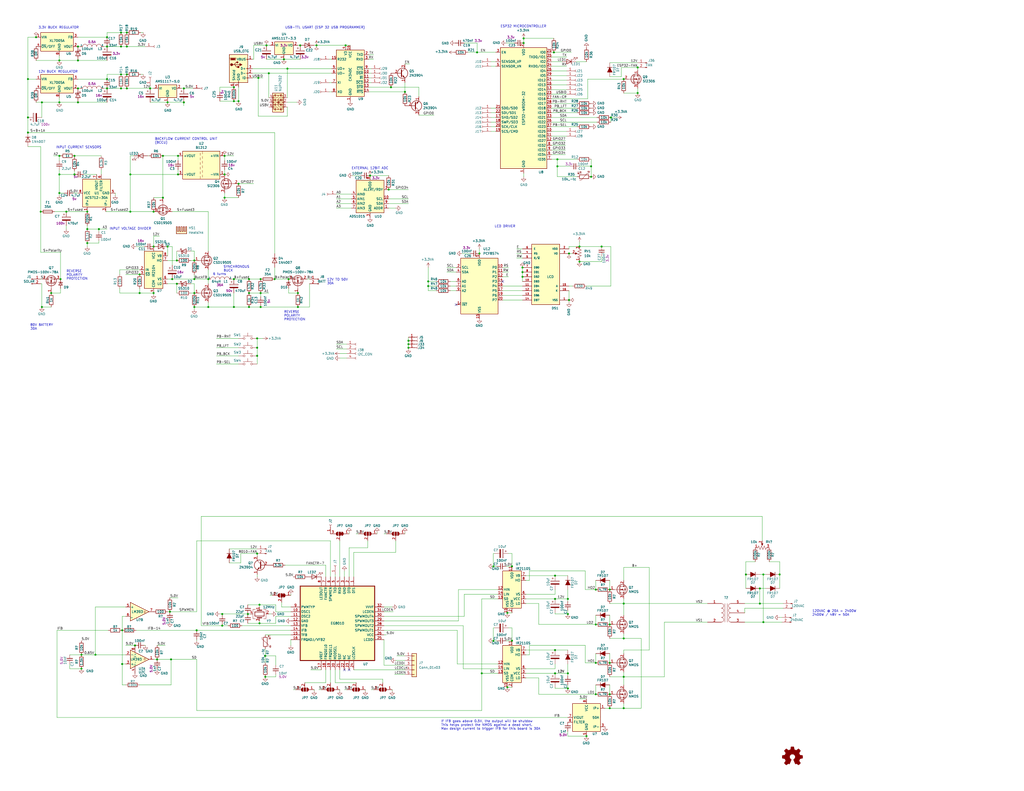
<source format=kicad_sch>
(kicad_sch (version 20211123) (generator eeschema)
  (paper "C")
  (title_block (title "Charge Controller with Pure Sine Generator") (date "2022-09-02") (rev "R0.1") (company "repo https://github.com/jharvey/Sine_Generator") (comment 1 "Based on https://github.com/AngeloCasi/FUGU-ARDUINO-MPPT-FIRMWARE"))
  (junction (at 40.64 85.09))
  (junction (at 222.885 189.865))
  (junction (at 212.09 103.505))
  (junction (at 100.33 48.26))
  (junction (at 106.045 160.02))
  (junction (at 40.64 95.25))
  (junction (at 122.555 85.09))
  (junction (at 66.675 362.585))
  (junction (at 69.215 40.64))
  (junction (at 22.86 167.64))
  (junction (at 309.88 335.28))
  (junction (at 285.75 20.955))
  (junction (at 414.655 329.565))
  (junction (at 201.93 95.885))
  (junction (at 276.86 334.645))
  (junction (at 97.155 85.09))
  (junction (at 262.89 367.665))
  (junction (at 154.94 32.385))
  (junction (at 58.42 20.32))
  (junction (at 83.82 115.57))
  (junction (at 261.62 138.43))
  (junction (at 127.635 152.4))
  (junction (at 347.98 36.83))
  (junction (at 69.215 48.26))
  (junction (at 302.895 354.965))
  (junction (at 332.74 379.095))
  (junction (at 32.385 55.88))
  (junction (at 113.665 167.64))
  (junction (at 42.545 55.88))
  (junction (at 36.195 115.57))
  (junction (at 302.895 314.325))
  (junction (at 100.33 55.88))
  (junction (at 309.88 375.92))
  (junction (at 32.385 33.02))
  (junction (at 42.545 33.02))
  (junction (at 22.225 115.57))
  (junction (at 96.52 142.24))
  (junction (at 414.655 321.31))
  (junction (at 71.12 95.25))
  (junction (at 310.515 138.43))
  (junction (at 106.045 167.64))
  (junction (at 93.345 360.045))
  (junction (at 96.52 154.94))
  (junction (at 332.74 386.715))
  (junction (at 32.385 105.41))
  (junction (at 340.36 348.615))
  (junction (at 47.625 132.715))
  (junction (at 121.285 341.63))
  (junction (at 15.24 72.39))
  (junction (at 325.12 379.095))
  (junction (at 141.605 340.36))
  (junction (at 222.885 187.96))
  (junction (at 81.915 48.26))
  (junction (at 285.115 151.13))
  (junction (at 269.24 349.885))
  (junction (at 188.595 24.765))
  (junction (at 347.98 50.8))
  (junction (at 76.2 160.02))
  (junction (at 42.545 48.26))
  (junction (at 44.45 357.505))
  (junction (at 144.78 369.57))
  (junction (at 172.72 24.765))
  (junction (at 122.555 95.25))
  (junction (at 47.625 115.57))
  (junction (at 325.12 361.95))
  (junction (at 91.44 55.88))
  (junction (at 156.845 37.465))
  (junction (at 340.36 329.565))
  (junction (at 91.44 134.62))
  (junction (at 206.375 476.885))
  (junction (at 332.74 321.945))
  (junction (at 83.82 134.62))
  (junction (at 325.12 340.995))
  (junction (at 304.165 86.995))
  (junction (at 340.36 369.57))
  (junction (at 107.315 344.17))
  (junction (at 66.04 48.26))
  (junction (at 58.42 43.18))
  (junction (at 122.555 107.95))
  (junction (at 85.725 360.045))
  (junction (at 69.215 17.78))
  (junction (at 73.66 352.425))
  (junction (at 162.56 167.64))
  (junction (at 66.675 344.17))
  (junction (at 407.035 313.69))
  (junction (at 302.895 327.025))
  (junction (at 58.42 25.4))
  (junction (at 425.45 313.69))
  (junction (at 106.045 142.24))
  (junction (at 316.23 134.62))
  (junction (at 44.45 365.125))
  (junction (at 130.175 55.245))
  (junction (at 140.335 184.785))
  (junction (at 141.605 330.2))
  (junction (at 22.86 55.88))
  (junction (at 113.665 152.4))
  (junction (at 142.24 152.4))
  (junction (at 309.88 367.665))
  (junction (at 163.83 24.765))
  (junction (at 206.375 458.47))
  (junction (at 144.78 358.14))
  (junction (at 309.88 327.025))
  (junction (at 316.23 142.875))
  (junction (at 146.685 40.005))
  (junction (at 88.9 85.09))
  (junction (at 121.285 335.28))
  (junction (at 149.86 152.4))
  (junction (at 140.335 189.865))
  (junction (at 76.2 149.86))
  (junction (at 285.75 23.495))
  (junction (at 328.295 134.62))
  (junction (at 213.995 469.265))
  (junction (at 416.56 313.69))
  (junction (at 279.4 309.245))
  (junction (at 206.375 467.36))
  (junction (at 340.36 386.715))
  (junction (at 127.635 167.64))
  (junction (at 69.215 25.4))
  (junction (at 127.635 47.625))
  (junction (at 333.375 64.135))
  (junction (at 135.89 160.02))
  (junction (at 53.975 125.095))
  (junction (at 52.07 357.505))
  (junction (at 416.56 339.725))
  (junction (at 322.58 90.805))
  (junction (at 322.58 96.52))
  (junction (at 140.97 42.545))
  (junction (at 142.24 167.64))
  (junction (at 302.895 367.665))
  (junction (at 233.68 153.67))
  (junction (at 135.89 167.64))
  (junction (at 83.82 160.02))
  (junction (at 127.635 55.245))
  (junction (at 27.94 160.02))
  (junction (at 32.385 85.09))
  (junction (at 33.02 152.4))
  (junction (at 302.26 28.575))
  (junction (at 66.04 25.4))
  (junction (at 15.24 64.135))
  (junction (at 135.255 335.28))
  (junction (at 233.68 156.21))
  (junction (at 276.86 375.285))
  (junction (at 97.155 95.25))
  (junction (at 92.71 334.01))
  (junction (at 332.74 340.995))
  (junction (at 285.115 146.05))
  (junction (at 213.36 47.625))
  (junction (at 269.24 309.245))
  (junction (at 220.98 50.165))
  (junction (at 142.24 160.02))
  (junction (at 58.42 48.26))
  (junction (at 32.385 95.25))
  (junction (at 19.685 20.32))
  (junction (at 42.545 25.4))
  (junction (at 93.98 152.4))
  (junction (at 47.625 125.095))
  (junction (at 66.04 17.78))
  (junction (at 310.515 163.83))
  (junction (at 145.415 24.765))
  (junction (at 260.35 28.575))
  (junction (at 71.12 115.57))
  (junction (at 222.885 186.055))
  (junction (at 130.175 100.33))
  (junction (at 140.335 302.26))
  (junction (at 279.4 349.885))
  (junction (at 162.56 160.02))
  (junction (at 304.165 90.805))
  (junction (at 135.89 152.4))
  (junction (at 325.12 321.945))
  (junction (at 320.04 401.955))
  (junction (at 66.04 40.64))
  (junction (at 140.335 194.31))
  (junction (at 340.36 43.18))
  (junction (at 285.115 148.59))
  (junction (at 106.045 152.4))
  (junction (at 88.9 107.95))
  (junction (at 15.24 43.18))
  (junction (at 157.48 152.4))
  (junction (at 332.74 361.95))
  (no_connect (at 274.32 153.67))
  (no_connect (at 187.96 365.76))
  (no_connect (at 190.5 365.76))
  (no_connect (at 248.92 166.37))
  (wire (pts (xy 209.55 349.25) (xy 209.55 363.22)))
  (wire (pts (xy 300.99 59.055) (xy 314.96 59.055)))
  (wire (pts (xy 113.665 152.4) (xy 113.665 154.94)))
  (wire (pts (xy 280.67 23.495) (xy 276.225 23.495)))
  (wire (pts (xy 99.06 48.26) (xy 100.33 48.26)))
  (wire (pts (xy 177.8 372.745) (xy 166.37 372.745)))
  (wire (pts (xy 347.98 48.26) (xy 347.98 50.8)))
  (wire (pts (xy 309.88 333.375) (xy 309.88 335.28)))
  (wire (pts (xy 209.55 334.01) (xy 214.63 334.01)))
  (wire (pts (xy 66.04 40.64) (xy 58.42 40.64)))
  (wire (pts (xy 314.325 33.655) (xy 320.04 33.655)))
  (wire (pts (xy 277.495 146.05) (xy 274.32 146.05)))
  (wire (pts (xy 233.68 153.67) (xy 238.125 153.67)))
  (wire (pts (xy 47.625 132.715) (xy 47.625 134.62)))
  (wire (pts (xy 310.515 156.21) (xy 312.42 156.21)))
  (wire (pts (xy 22.225 137.795) (xy 22.225 115.57)))
  (wire (pts (xy 144.78 346.71) (xy 158.75 346.71)))
  (wire (pts (xy 287.02 316.865) (xy 288.925 316.865)))
  (wire (pts (xy 205.74 290.83) (xy 205.74 291.465)))
  (wire (pts (xy 316.23 134.62) (xy 328.295 134.62)))
  (wire (pts (xy 279.4 349.885) (xy 279.4 342.9)))
  (wire (pts (xy 56.515 25.4) (xy 58.42 25.4)))
  (wire (pts (xy 58.42 55.88) (xy 42.545 55.88)))
  (wire (pts (xy 183.515 108.585) (xy 191.77 108.585)))
  (wire (pts (xy 250.19 321.945) (xy 271.78 321.945)))
  (wire (pts (xy 300.99 76.835) (xy 308.61 76.835)))
  (wire (pts (xy 149.86 138.43) (xy 149.86 72.39)))
  (wire (pts (xy 97.155 95.25) (xy 71.12 95.25)))
  (wire (pts (xy 85.725 360.045) (xy 83.82 360.045)))
  (wire (pts (xy 104.14 160.02) (xy 106.045 160.02)))
  (wire (pts (xy 309.88 375.92) (xy 302.895 375.92)))
  (wire (pts (xy 140.335 314.96) (xy 140.335 313.69)))
  (wire (pts (xy 300.99 61.595) (xy 314.96 61.595)))
  (wire (pts (xy 287.02 367.665) (xy 302.895 367.665)))
  (wire (pts (xy 416.56 313.69) (xy 417.83 313.69)))
  (wire (pts (xy 309.88 327.025) (xy 309.88 328.295)))
  (wire (pts (xy 277.495 148.59) (xy 274.32 148.59)))
  (wire (pts (xy 66.04 48.26) (xy 58.42 48.26)))
  (wire (pts (xy 185.42 365.76) (xy 185.42 370.84)))
  (wire (pts (xy 140.97 42.545) (xy 140.97 63.5)))
  (wire (pts (xy 93.345 374.015) (xy 93.345 360.045)))
  (wire (pts (xy 300.99 41.275) (xy 309.245 41.275)))
  (wire (pts (xy 118.11 184.785) (xy 130.175 184.785)))
  (wire (pts (xy 138.43 24.765) (xy 145.415 24.765)))
  (wire (pts (xy 288.925 311.785) (xy 319.405 311.785)))
  (wire (pts (xy 213.36 47.625) (xy 228.6 47.625)))
  (wire (pts (xy 309.88 401.955) (xy 309.88 399.415)))
  (wire (pts (xy 106.045 168.91) (xy 106.045 167.64)))
  (wire (pts (xy 74.295 344.17) (xy 107.315 344.17)))
  (wire (pts (xy 300.99 53.975) (xy 320.675 53.975)))
  (wire (pts (xy 122.555 107.95) (xy 130.175 107.95)))
  (wire (pts (xy 233.68 156.21) (xy 238.125 156.21)))
  (wire (pts (xy 158.75 352.425) (xy 158.75 349.25)))
  (wire (pts (xy 281.94 138.43) (xy 285.115 138.43)))
  (wire (pts (xy 32.385 33.02) (xy 42.545 33.02)))
  (wire (pts (xy 78.74 352.425) (xy 79.375 352.425)))
  (wire (pts (xy 300.99 33.655) (xy 306.705 33.655)))
  (wire (pts (xy 245.745 158.75) (xy 248.92 158.75)))
  (wire (pts (xy 121.285 335.28) (xy 135.255 335.28)))
  (wire (pts (xy 319.405 311.785) (xy 319.405 321.945)))
  (wire (pts (xy 300.99 69.215) (xy 314.96 69.215)))
  (wire (pts (xy 193.04 314.96) (xy 193.04 301.625)))
  (wire (pts (xy 199.39 476.885) (xy 206.375 476.885)))
  (wire (pts (xy 425.45 337.185) (xy 426.72 337.185)))
  (wire (pts (xy 249.555 344.17) (xy 209.55 344.17)))
  (wire (pts (xy 190.5 299.085) (xy 200.66 299.085)))
  (wire (pts (xy 177.8 308.61) (xy 177.8 314.96)))
  (wire (pts (xy 340.36 309.88) (xy 354.33 309.88)))
  (wire (pts (xy 65.405 160.02) (xy 65.405 157.48)))
  (wire (pts (xy 216.535 358.14) (xy 220.98 358.14)))
  (wire (pts (xy 156.845 37.465) (xy 180.975 37.465)))
  (wire (pts (xy 332.74 316.865) (xy 332.74 321.945)))
  (wire (pts (xy 253.365 23.495) (xy 260.35 23.495)))
  (wire (pts (xy 127.635 167.64) (xy 113.665 167.64)))
  (wire (pts (xy 71.12 95.25) (xy 71.12 85.09)))
  (wire (pts (xy 233.68 156.21) (xy 233.68 153.67)))
  (wire (pts (xy 222.885 187.96) (xy 222.885 189.865)))
  (wire (pts (xy 287.02 354.965) (xy 302.895 354.965)))
  (wire (pts (xy 271.145 309.245) (xy 269.24 309.245)))
  (wire (pts (xy 414.655 329.565) (xy 427.355 329.565)))
  (wire (pts (xy 131.445 307.34) (xy 131.445 302.26)))
  (wire (pts (xy 150.495 358.14) (xy 144.78 358.14)))
  (wire (pts (xy 19.685 55.88) (xy 22.86 55.88)))
  (wire (pts (xy 107.315 360.045) (xy 93.345 360.045)))
  (wire (pts (xy 201.295 32.385) (xy 203.835 32.385)))
  (wire (pts (xy 320.675 43.18) (xy 340.36 43.18)))
  (wire (pts (xy 267.97 36.195) (xy 270.51 36.195)))
  (wire (pts (xy 340.36 329.565) (xy 340.36 335.915)))
  (wire (pts (xy 340.36 354.965) (xy 354.33 354.965)))
  (wire (pts (xy 302.895 375.92) (xy 302.895 375.285)))
  (wire (pts (xy 322.58 86.995) (xy 322.58 90.805)))
  (wire (pts (xy 32.385 87.63) (xy 32.385 85.09)))
  (wire (pts (xy 157.48 152.4) (xy 149.86 152.4)))
  (wire (pts (xy 362.585 369.57) (xy 362.585 339.725)))
  (wire (pts (xy 412.115 306.705) (xy 407.035 306.705)))
  (wire (pts (xy 339.09 41.91) (xy 339.09 36.83)))
  (wire (pts (xy 271.145 349.885) (xy 269.24 349.885)))
  (wire (pts (xy 140.97 42.545) (xy 137.795 42.545)))
  (wire (pts (xy 42.545 25.4) (xy 43.815 25.4)))
  (wire (pts (xy 362.585 339.725) (xy 386.08 339.725)))
  (wire (pts (xy 76.2 157.48) (xy 76.2 160.02)))
  (wire (pts (xy 340.36 316.865) (xy 340.36 309.88)))
  (wire (pts (xy 79.375 25.4) (xy 69.215 25.4)))
  (wire (pts (xy 340.36 384.175) (xy 340.36 386.715)))
  (wire (pts (xy 162.56 24.765) (xy 163.83 24.765)))
  (wire (pts (xy 150.495 369.57) (xy 144.78 369.57)))
  (wire (pts (xy 127.635 152.4) (xy 135.89 152.4)))
  (wire (pts (xy 209.55 339.09) (xy 250.19 339.09)))
  (wire (pts (xy 106.045 137.16) (xy 104.14 137.16)))
  (wire (pts (xy 32.385 55.88) (xy 42.545 55.88)))
  (wire (pts (xy 153.67 328.93) (xy 153.67 331.47)))
  (wire (pts (xy 238.125 158.75) (xy 233.68 158.75)))
  (wire (pts (xy 302.895 354.965) (xy 309.88 354.965)))
  (wire (pts (xy 40.64 95.25) (xy 40.64 93.345)))
  (wire (pts (xy 179.705 45.085) (xy 180.975 45.085)))
  (wire (pts (xy 73.66 352.425) (xy 68.58 352.425)))
  (wire (pts (xy 121.285 340.995) (xy 121.285 341.63)))
  (wire (pts (xy 118.11 194.31) (xy 130.175 194.31)))
  (wire (pts (xy 156.845 58.42) (xy 156.845 63.5)))
  (wire (pts (xy 322.58 90.805) (xy 322.58 96.52)))
  (wire (pts (xy 201.295 40.005) (xy 202.565 40.005)))
  (wire (pts (xy 109.855 341.63) (xy 121.285 341.63)))
  (wire (pts (xy 27.94 160.02) (xy 33.02 160.02)))
  (wire (pts (xy 243.84 148.59) (xy 248.92 148.59)))
  (wire (pts (xy 252.73 341.63) (xy 209.55 341.63)))
  (wire (pts (xy 52.07 331.47) (xy 52.07 357.505)))
  (wire (pts (xy 222.885 186.055) (xy 222.885 187.96)))
  (wire (pts (xy 340.36 354.965) (xy 340.36 356.87)))
  (wire (pts (xy 180.34 314.96) (xy 180.34 295.275)))
  (wire (pts (xy 66.675 374.015) (xy 66.675 362.585)))
  (wire (pts (xy 249.555 362.585) (xy 271.78 362.585)))
  (wire (pts (xy 66.675 362.585) (xy 66.675 344.17)))
  (wire (pts (xy 222.885 184.15) (xy 222.885 186.055)))
  (wire (pts (xy 310.515 135.89) (xy 310.515 134.62)))
  (wire (pts (xy 245.745 153.67) (xy 248.92 153.67)))
  (wire (pts (xy 262.89 367.665) (xy 271.78 367.665)))
  (wire (pts (xy 40.64 85.725) (xy 40.64 85.09)))
  (wire (pts (xy 69.215 48.26) (xy 66.04 48.26)))
  (wire (pts (xy 288.925 352.425) (xy 288.925 357.505)))
  (wire (pts (xy 182.88 313.69) (xy 182.88 314.96)))
  (wire (pts (xy 182.88 365.76) (xy 182.88 372.745)))
  (wire (pts (xy 285.115 148.59) (xy 285.115 151.13)))
  (wire (pts (xy 52.705 95.25) (xy 45.72 95.25)))
  (wire (pts (xy 142.24 167.005) (xy 142.24 167.64)))
  (wire (pts (xy 144.78 358.14) (xy 144.78 354.33)))
  (wire (pts (xy 267.97 71.755) (xy 270.51 71.755)))
  (wire (pts (xy 40.64 85.09) (xy 55.245 85.09)))
  (wire (pts (xy 199.39 377.19) (xy 199.39 376.555)))
  (wire (pts (xy 340.36 369.57) (xy 340.36 374.015)))
  (wire (pts (xy 120.015 335.28) (xy 121.285 335.28)))
  (wire (pts (xy 135.89 160.02) (xy 142.24 160.02)))
  (wire (pts (xy 340.36 329.565) (xy 386.08 329.565)))
  (wire (pts (xy 220.98 290.83) (xy 220.98 291.465)))
  (wire (pts (xy 187.96 376.555) (xy 189.23 376.555)))
  (wire (pts (xy 267.97 33.655) (xy 270.51 33.655)))
  (wire (pts (xy 91.44 55.88) (xy 81.915 55.88)))
  (wire (pts (xy 29.21 85.09) (xy 32.385 85.09)))
  (wire (pts (xy 199.39 458.47) (xy 206.375 458.47)))
  (wire (pts (xy 32.385 85.09) (xy 33.02 85.09)))
  (wire (pts (xy 22.86 167.64) (xy 27.94 167.64)))
  (wire (pts (xy 32.385 33.02) (xy 32.385 30.48)))
  (wire (pts (xy 267.97 59.055) (xy 270.51 59.055)))
  (wire (pts (xy 302.26 28.575) (xy 311.785 28.575)))
  (wire (pts (xy 316.23 381.635) (xy 320.04 381.635)))
  (wire (pts (xy 285.115 146.05) (xy 285.115 148.59)))
  (wire (pts (xy 150.495 340.36) (xy 150.495 336.55)))
  (wire (pts (xy 56.515 48.26) (xy 58.42 48.26)))
  (wire (pts (xy 15.24 64.135) (xy 15.24 43.18)))
  (wire (pts (xy 150.495 336.55) (xy 158.75 336.55)))
  (wire (pts (xy 202.565 42.545) (xy 201.295 42.545)))
  (wire (pts (xy 53.975 132.715) (xy 53.975 131.445)))
  (wire (pts (xy 287.02 324.485) (xy 302.895 324.485)))
  (wire (pts (xy 300.99 51.435) (xy 309.245 51.435)))
  (wire (pts (xy 302.26 20.955) (xy 285.75 20.955)))
  (wire (pts (xy 107.315 387.985) (xy 107.315 360.045)))
  (wire (pts (xy 68.58 357.505) (xy 52.07 357.505)))
  (wire (pts (xy 100.33 55.88) (xy 91.44 55.88)))
  (wire (pts (xy 81.915 48.26) (xy 83.82 48.26)))
  (wire (pts (xy 140.335 194.31) (xy 140.335 198.755)))
  (wire (pts (xy 199.39 471.805) (xy 199.39 476.885)))
  (wire (pts (xy 122.555 95.25) (xy 122.555 92.71)))
  (wire (pts (xy 93.98 134.62) (xy 91.44 134.62)))
  (wire (pts (xy 319.405 361.95) (xy 325.12 361.95)))
  (wire (pts (xy 269.24 349.885) (xy 269.24 342.9)))
  (wire (pts (xy 228.6 47.625) (xy 228.6 52.705)))
  (wire (pts (xy 212.09 111.125) (xy 222.885 111.125)))
  (wire (pts (xy 407.035 306.705) (xy 407.035 313.69)))
  (wire (pts (xy 53.975 126.365) (xy 53.975 125.095)))
  (wire (pts (xy 142.24 167.64) (xy 135.89 167.64)))
  (wire (pts (xy 255.27 28.575) (xy 260.35 28.575)))
  (wire (pts (xy 340.36 369.57) (xy 332.74 369.57)))
  (wire (pts (xy 309.245 36.195) (xy 300.99 36.195)))
  (wire (pts (xy 15.24 43.18) (xy 15.24 20.32)))
  (wire (pts (xy 47.625 132.715) (xy 53.975 132.715)))
  (wire (pts (xy 58.42 33.02) (xy 42.545 33.02)))
  (wire (pts (xy 150.495 330.2) (xy 150.495 334.01)))
  (wire (pts (xy 185.42 370.84) (xy 208.915 370.84)))
  (wire (pts (xy 88.9 85.09) (xy 97.155 85.09)))
  (wire (pts (xy 183.515 190.5) (xy 189.23 190.5)))
  (wire (pts (xy 76.2 149.86) (xy 68.58 149.86)))
  (wire (pts (xy 22.86 64.135) (xy 22.86 55.88)))
  (wire (pts (xy 304.165 86.995) (xy 314.96 86.995)))
  (wire (pts (xy 262.89 327.025) (xy 262.89 367.665)))
  (wire (pts (xy 57.785 115.57) (xy 71.12 115.57)))
  (wire (pts (xy 309.245 31.115) (xy 300.99 31.115)))
  (wire (pts (xy 183.515 111.125) (xy 191.77 111.125)))
  (wire (pts (xy 36.195 123.19) (xy 36.195 125.095)))
  (wire (pts (xy 83.82 160.02) (xy 83.82 160.655)))
  (wire (pts (xy 150.495 334.01) (xy 158.75 334.01)))
  (wire (pts (xy 191.135 24.765) (xy 188.595 24.765)))
  (wire (pts (xy 47.625 125.095) (xy 47.625 123.19)))
  (wire (pts (xy 249.555 362.585) (xy 249.555 344.17)))
  (wire (pts (xy 15.24 72.39) (xy 15.24 64.135)))
  (wire (pts (xy 330.2 386.715) (xy 332.74 386.715)))
  (wire (pts (xy 328.295 134.62) (xy 333.375 134.62)))
  (wire (pts (xy 149.86 146.05) (xy 149.86 152.4)))
  (wire (pts (xy 287.02 365.125) (xy 302.895 365.125)))
  (wire (pts (xy 15.24 20.32) (xy 19.685 20.32)))
  (wire (pts (xy 325.755 66.675) (xy 300.99 66.675)))
  (wire (pts (xy 287.02 357.505) (xy 288.925 357.505)))
  (wire (pts (xy 83.82 128.905) (xy 83.82 134.62)))
  (wire (pts (xy 32.385 105.41) (xy 32.385 95.25)))
  (wire (pts (xy 349.885 348.615) (xy 340.36 348.615)))
  (wire (pts (xy 209.55 346.71) (xy 210.82 346.71)))
  (wire (pts (xy 332.74 374.015) (xy 332.74 379.095)))
  (wire (pts (xy 220.98 50.165) (xy 220.98 45.085)))
  (wire (pts (xy 158.75 341.63) (xy 132.08 341.63)))
  (wire (pts (xy 66.04 25.4) (xy 58.42 25.4)))
  (wire (pts (xy 97.155 326.39) (xy 92.71 326.39)))
  (wire (pts (xy 304.165 90.805) (xy 311.15 90.805)))
  (wire (pts (xy 106.045 160.02) (xy 106.045 154.94)))
  (wire (pts (xy 416.56 313.69) (xy 416.56 339.725)))
  (wire (pts (xy 212.09 113.665) (xy 215.9 113.665)))
  (wire (pts (xy 285.115 151.13) (xy 285.115 153.67)))
  (wire (pts (xy 106.045 142.24) (xy 106.045 137.16)))
  (wire (pts (xy 38.1 362.585) (xy 38.1 365.125)))
  (wire (pts (xy 213.995 331.47) (xy 209.55 331.47)))
  (wire (pts (xy 325.12 374.015) (xy 325.12 379.095)))
  (wire (pts (xy 131.445 302.26) (xy 140.335 302.26)))
  (wire (pts (xy 260.35 28.575) (xy 270.51 28.575)))
  (wire (pts (xy 185.42 377.19) (xy 185.42 376.555)))
  (wire (pts (xy 135.89 167.64) (xy 127.635 167.64)))
  (wire (pts (xy 42.545 48.26) (xy 43.815 48.26)))
  (wire (pts (xy 215.265 368.3) (xy 220.98 368.3)))
  (wire (pts (xy 180.975 50.165) (xy 179.705 50.165)))
  (wire (pts (xy 201.295 47.625) (xy 213.36 47.625)))
  (wire (pts (xy 414.655 313.69) (xy 416.56 313.69)))
  (wire (pts (xy 332.74 348.615) (xy 340.36 348.615)))
  (wire (pts (xy 86.995 128.905) (xy 83.82 128.905)))
  (wire (pts (xy 222.885 189.865) (xy 222.885 190.5)))
  (wire (pts (xy 300.99 84.455) (xy 308.61 84.455)))
  (wire (pts (xy 171.45 24.765) (xy 172.72 24.765)))
  (wire (pts (xy 300.99 43.815) (xy 309.245 43.815)))
  (wire (pts (xy 415.925 281.94) (xy 415.925 295.275)))
  (wire (pts (xy 276.86 334.645) (xy 279.4 334.645)))
  (wire (pts (xy 270.51 64.135) (xy 267.97 64.135)))
  (wire (pts (xy 106.045 152.4) (xy 113.665 152.4)))
  (wire (pts (xy 135.89 152.4) (xy 142.24 152.4)))
  (wire (pts (xy 314.96 96.52) (xy 304.165 96.52)))
  (wire (pts (xy 177.8 365.76) (xy 177.8 372.745)))
  (wire (pts (xy 215.9 301.625) (xy 215.9 295.275)))
  (wire (pts (xy 201.295 45.085) (xy 202.565 45.085)))
  (wire (pts (xy 171.45 377.19) (xy 171.45 376.555)))
  (wire (pts (xy 294.005 340.995) (xy 325.12 340.995)))
  (wire (pts (xy 153.67 331.47) (xy 158.75 331.47)))
  (wire (pts (xy 32.385 95.25) (xy 32.385 92.71)))
  (wire (pts (xy 155.575 308.61) (xy 177.8 308.61)))
  (wire (pts (xy 200.66 299.085) (xy 200.66 295.275)))
  (wire (pts (xy 310.515 163.83) (xy 310.515 165.1)))
  (wire (pts (xy 44.45 357.505) (xy 38.1 357.505)))
  (wire (pts (xy 185.42 195.58) (xy 189.23 195.58)))
  (wire (pts (xy 69.215 25.4) (xy 66.04 25.4)))
  (wire (pts (xy 140.335 189.865) (xy 140.335 184.785)))
  (wire (pts (xy 169.545 365.76) (xy 175.26 365.76)))
  (wire (pts (xy 406.4 332.105) (xy 406.4 334.645)))
  (wire (pts (xy 277.495 151.13) (xy 274.32 151.13)))
  (wire (pts (xy 81.915 48.26) (xy 81.915 46.99)))
  (wire (pts (xy 33.02 157.48) (xy 33.02 160.02)))
  (wire (pts (xy 256.54 138.43) (xy 252.095 138.43)))
  (wire (pts (xy 213.995 469.265) (xy 213.995 466.09)))
  (wire (pts (xy 333.375 156.21) (xy 320.04 156.21)))
  (wire (pts (xy 92.71 339.09) (xy 92.71 339.725)))
  (wire (pts (xy 135.255 340.36) (xy 141.605 340.36)))
  (wire (pts (xy 310.515 138.43) (xy 312.42 138.43)))
  (wire (pts (xy 209.55 291.465) (xy 210.82 291.465)))
  (wire (pts (xy 325.755 64.135) (xy 300.99 64.135)))
  (wire (pts (xy 22.225 115.57) (xy 22.225 80.01)))
  (wire (pts (xy 157.48 157.48) (xy 157.48 160.02)))
  (wire (pts (xy 122.555 87.63) (xy 122.555 85.09)))
  (wire (pts (xy 162.56 160.02) (xy 157.48 160.02)))
  (wire (pts (xy 109.855 341.63) (xy 109.855 281.94)))
  (wire (pts (xy 161.925 55.88) (xy 156.845 55.88)))
  (wire (pts (xy 38.1 365.125) (xy 44.45 365.125)))
  (wire (pts (xy 233.68 146.05) (xy 233.68 153.67)))
  (wire (pts (xy 160.02 376.555) (xy 161.29 376.555)))
  (wire (pts (xy 253.365 324.485) (xy 271.78 324.485)))
  (wire (pts (xy 22.225 80.01) (xy 15.24 80.01)))
  (wire (pts (xy 309.88 367.665) (xy 309.88 368.935)))
  (wire (pts (xy 193.04 301.625) (xy 215.9 301.625)))
  (wire (pts (xy 274.32 158.75) (xy 285.115 158.75)))
  (wire (pts (xy 90.17 352.425) (xy 85.725 352.425)))
  (wire (pts (xy 294.005 370.205) (xy 294.005 379.095)))
  (wire (pts (xy 267.97 61.595) (xy 270.51 61.595)))
  (wire (pts (xy 201.295 29.845) (xy 203.835 29.845)))
  (wire (pts (xy 65.405 160.02) (xy 76.2 160.02)))
  (wire (pts (xy 425.45 313.69) (xy 425.45 321.31)))
  (wire (pts (xy 141.605 340.36) (xy 141.605 339.09)))
  (wire (pts (xy 294.005 329.565) (xy 294.005 340.995)))
  (wire (pts (xy 325.12 379.095) (xy 294.005 379.095)))
  (wire (pts (xy 354.33 309.88) (xy 354.33 354.965)))
  (wire (pts (xy 190.5 314.96) (xy 190.5 299.085)))
  (wire (pts (xy 36.195 115.57) (xy 47.625 115.57)))
  (wire (pts (xy 22.225 152.4) (xy 22.86 152.4)))
  (wire (pts (xy 187.96 311.785) (xy 187.96 314.96)))
  (wire (pts (xy 300.99 71.755) (xy 309.245 71.755)))
  (wire (pts (xy 333.375 66.675) (xy 333.375 64.135)))
  (wire (pts (xy 91.44 152.4) (xy 93.98 152.4)))
  (wire (pts (xy 53.975 125.095) (xy 58.42 125.095)))
  (wire (pts (xy 58.42 17.78) (xy 58.42 20.32)))
  (wire (pts (xy 81.915 48.26) (xy 69.215 48.26)))
  (wire (pts (xy 325.12 316.865) (xy 325.12 321.945)))
  (wire (pts (xy 206.375 458.47) (xy 213.995 458.47)))
  (wire (pts (xy 300.99 56.515) (xy 314.96 56.515)))
  (wire (pts (xy 269.24 342.9) (xy 269.875 342.9)))
  (wire (pts (xy 285.75 96.52) (xy 285.75 94.615)))
  (wire (pts (xy 332.74 335.915) (xy 332.74 340.995)))
  (wire (pts (xy 118.11 189.865) (xy 130.175 189.865)))
  (wire (pts (xy 196.85 95.885) (xy 192.405 95.885)))
  (wire (pts (xy 193.04 365.76) (xy 220.98 365.76)))
  (wire (pts (xy 33.02 137.795) (xy 22.225 137.795)))
  (wire (pts (xy 118.11 198.755) (xy 130.175 198.755)))
  (wire (pts (xy 279.4 302.26) (xy 279.4 309.245)))
  (wire (pts (xy 212.09 103.505) (xy 222.885 103.505)))
  (wire (pts (xy 130.175 55.245) (xy 127.635 55.245)))
  (wire (pts (xy 59.055 344.17) (xy 31.115 344.17)))
  (wire (pts (xy 332.74 34.29) (xy 347.98 34.29)))
  (wire (pts (xy 93.345 374.015) (xy 76.2 374.015)))
  (wire (pts (xy 55.245 92.71) (xy 55.245 95.25)))
  (wire (pts (xy 325.12 335.915) (xy 325.12 340.995)))
  (wire (pts (xy 107.315 295.275) (xy 107.315 334.01)))
  (wire (pts (xy 243.84 146.05) (xy 248.92 146.05)))
  (wire (pts (xy 106.045 154.94) (xy 104.14 154.94)))
  (wire (pts (xy 274.32 163.83) (xy 285.115 163.83)))
  (wire (pts (xy 180.34 295.275) (xy 107.315 295.275)))
  (wire (pts (xy 100.33 57.785) (xy 100.33 55.88)))
  (wire (pts (xy 122.555 105.41) (xy 122.555 107.95)))
  (wire (pts (xy 71.12 85.09) (xy 73.025 85.09)))
  (wire (pts (xy 91.44 334.01) (xy 92.71 334.01)))
  (wire (pts (xy 302.895 314.325) (xy 309.88 314.325)))
  (wire (pts (xy 332.74 41.91) (xy 339.09 41.91)))
  (wire (pts (xy 156.845 37.465) (xy 156.845 53.34)))
  (wire (pts (xy 287.02 329.565) (xy 294.005 329.565)))
  (wire (pts (xy 40.005 105.41) (xy 42.545 105.41)))
  (wire (pts (xy 135.255 335.28) (xy 136.525 335.28)))
  (wire (pts (xy 302.895 335.28) (xy 302.895 334.645)))
  (wire (pts (xy 83.82 107.95) (xy 88.9 107.95)))
  (wire (pts (xy 279.4 302.26) (xy 277.495 302.26)))
  (wire (pts (xy 78.105 40.64) (xy 76.835 40.64)))
  (wire (pts (xy 347.98 38.1) (xy 347.98 36.83)))
  (wire (pts (xy 52.07 357.505) (xy 44.45 357.505)))
  (wire (pts (xy 300.99 74.295) (xy 309.245 74.295)))
  (wire (pts (xy 340.36 327.025) (xy 340.36 329.565)))
  (wire (pts (xy 309.88 362.585) (xy 309.88 367.665)))
  (wire (pts (xy 208.915 370.84) (xy 208.915 372.745)))
  (wire (pts (xy 78.74 134.62) (xy 74.295 134.62)))
  (wire (pts (xy 300.99 48.895) (xy 309.245 48.895)))
  (wire (pts (xy 182.88 372.745) (xy 194.31 372.745)))
  (wire (pts (xy 58.42 40.64) (xy 58.42 43.18)))
  (wire (pts (xy 85.725 365.125) (xy 85.725 365.76)))
  (wire (pts (xy 78.105 17.78) (xy 76.835 17.78)))
  (wire (pts (xy 349.885 386.715) (xy 349.885 348.615)))
  (wire (pts (xy 162.56 167.64) (xy 142.24 167.64)))
  (wire (pts (xy 97.155 85.09) (xy 97.155 87.63)))
  (wire (pts (xy 407.035 313.69) (xy 407.035 321.31)))
  (wire (pts (xy 260.35 23.495) (xy 260.35 28.575)))
  (wire (pts (xy 274.32 161.29) (xy 285.115 161.29)))
  (wire (pts (xy 121.285 341.63) (xy 124.46 341.63)))
  (wire (pts (xy 300.99 38.735) (xy 309.245 38.735)))
  (wire (pts (xy 106.045 167.64) (xy 113.665 167.64)))
  (wire (pts (xy 206.375 469.265) (xy 206.375 467.36)))
  (wire (pts (xy 287.02 327.025) (xy 302.895 327.025)))
  (wire (pts (xy 276.225 349.885) (xy 279.4 349.885)))
  (wire (pts (xy 31.115 344.17) (xy 31.115 391.795)))
  (wire (pts (xy 172.72 24.765) (xy 188.595 24.765)))
  (wire (pts (xy 320.04 401.955) (xy 309.88 401.955)))
  (wire (pts (xy 340.36 386.715) (xy 332.74 386.715)))
  (wire (pts (xy 126.365 152.4) (xy 127.635 152.4)))
  (wire (pts (xy 333.375 64.135) (xy 336.55 64.135)))
  (wire (pts (xy 252.73 365.125) (xy 271.78 365.125)))
  (wire (pts (xy 269.24 302.26) (xy 269.24 309.245)))
  (wire (pts (xy 68.58 331.47) (xy 52.07 331.47)))
  (wire (pts (xy 137.795 32.385) (xy 138.43 32.385)))
  (wire (pts (xy 316.23 142.875) (xy 328.295 142.875)))
  (wire (pts (xy 406.4 329.565) (xy 414.655 329.565)))
  (wire (pts (xy 206.375 467.36) (xy 232.41 467.36)))
  (wire (pts (xy 316.23 134.62) (xy 316.23 132.08)))
  (wire (pts (xy 245.745 156.21) (xy 248.92 156.21)))
  (wire (pts (xy 339.09 36.83) (xy 347.98 36.83)))
  (wire (pts (xy 88.9 85.09) (xy 88.9 107.95)))
  (wire (pts (xy 93.98 115.57) (xy 113.665 115.57)))
  (wire (pts (xy 81.28 85.09) (xy 80.645 85.09)))
  (wire (pts (xy 83.82 160.02) (xy 76.2 160.02)))
  (wire (pts (xy 309.88 335.28) (xy 302.895 335.28)))
  (wire (pts (xy 141.605 330.2) (xy 141.605 331.47)))
  (wire (pts (xy 270.51 69.215) (xy 267.97 69.215)))
  (wire (pts (xy 228.6 62.865) (xy 236.855 62.865)))
  (wire (pts (xy 15.24 43.18) (xy 19.685 43.18)))
  (wire (pts (xy 201.93 95.885) (xy 212.09 95.885)))
  (wire (pts (xy 288.925 352.425) (xy 319.405 352.425)))
  (wire (pts (xy 300.99 86.995) (xy 304.165 86.995)))
  (wire (pts (xy 141.605 330.2) (xy 150.495 330.2)))
  (wire (pts (xy 419.735 306.705) (xy 425.45 306.705)))
  (wire (pts (xy 201.295 50.165) (xy 220.98 50.165)))
  (wire (pts (xy 347.98 50.8) (xy 340.36 50.8)))
  (wire (pts (xy 22.86 154.94) (xy 22.86 167.64)))
  (wire (pts (xy 163.83 32.385) (xy 154.94 32.385)))
  (wire (pts (xy 66.675 362.585) (xy 68.58 362.585)))
  (wire (pts (xy 288.925 311.785) (xy 288.925 316.865)))
  (wire (pts (xy 304.165 90.805) (xy 304.165 86.995)))
  (wire (pts (xy 309.88 374.015) (xy 309.88 375.92)))
  (wire (pts (xy 125.095 307.34) (xy 131.445 307.34)))
  (wire (pts (xy 183.515 106.045) (xy 191.77 106.045)))
  (wire (pts (xy 168.91 154.94) (xy 168.91 167.64)))
  (wire (pts (xy 66.675 344.17) (xy 66.675 336.55)))
  (wire (pts (xy 65.405 147.32) (xy 76.2 147.32)))
  (wire (pts (xy 135.255 330.2) (xy 141.605 330.2)))
  (wire (pts (xy 143.51 42.545) (xy 140.97 42.545)))
  (wire (pts (xy 130.175 55.245) (xy 130.175 47.625)))
  (wire (pts (xy 269.24 302.26) (xy 269.875 302.26)))
  (wire (pts (xy 167.64 152.4) (xy 168.91 152.4)))
  (wire (pts (xy 93.98 144.78) (xy 93.98 134.62)))
  (wire (pts (xy 325.12 356.87) (xy 325.12 361.95)))
  (wire (pts (xy 32.385 105.41) (xy 34.925 105.41)))
  (wire (pts (xy 122.555 85.09) (xy 127.635 85.09)))
  (wire (pts (xy 69.215 40.64) (xy 66.04 40.64)))
  (wire (pts (xy 427.355 332.105) (xy 406.4 332.105)))
  (wire (pts (xy 121.285 335.28) (xy 121.285 335.915)))
  (wire (pts (xy 194.31 291.465) (xy 195.58 291.465)))
  (wire (pts (xy 140.335 302.26) (xy 140.335 303.53)))
  (wire (pts (xy 261.62 138.43) (xy 261.62 135.89)))
  (wire (pts (xy 310.515 158.75) (xy 310.515 163.83)))
  (wire (pts (xy 42.545 20.32) (xy 58.42 20.32)))
  (wire (pts (xy 287.02 314.325) (xy 302.895 314.325)))
  (wire (pts (xy 127.635 55.245) (xy 120.015 55.245)))
  (wire (pts (xy 212.09 108.585) (xy 222.885 108.585)))
  (wire (pts (xy 96.52 154.94) (xy 96.52 160.02)))
  (wire (pts (xy 185.42 193.04) (xy 189.23 193.04)))
  (wire (pts (xy 262.89 367.665) (xy 262.89 387.985)))
  (wire (pts (xy 215.9 360.68) (xy 220.98 360.68)))
  (wire (pts (xy 100.33 48.26) (xy 105.41 48.26)))
  (wire (pts (xy 125.095 299.72) (xy 140.335 299.72)))
  (wire (pts (xy 47.625 125.095) (xy 53.975 125.095)))
  (wire (pts (xy 252.73 365.125) (xy 252.73 341.63)))
  (wire (pts (xy 120.015 47.625) (xy 127.635 47.625)))
  (wire (pts (xy 209.55 363.22) (xy 220.98 363.22)))
  (wire (pts (xy 147.32 325.12) (xy 148.59 325.12)))
  (wire (pts (xy 66.04 17.78) (xy 58.42 17.78)))
  (wire (pts (xy 141.605 340.36) (xy 150.495 340.36)))
  (wire (pts (xy 145.415 24.765) (xy 147.32 24.765)))
  (wire (pts (xy 416.56 339.725) (xy 426.72 339.725)))
  (wire (pts (xy 425.45 306.705) (xy 425.45 313.69)))
  (wire (pts (xy 310.515 134.62) (xy 316.23 134.62)))
  (wire (pts (xy 340.36 329.565) (xy 332.74 329.565)))
  (wire (pts (xy 168.91 167.64) (xy 162.56 167.64)))
  (wire (pts (xy 302.895 365.125) (xy 302.895 362.585)))
  (wire (pts (xy 300.99 28.575) (xy 302.26 28.575)))
  (wire (pts (xy 150.495 368.3) (xy 150.495 369.57)))
  (wire (pts (xy 71.12 115.57) (xy 71.12 95.25)))
  (wire (pts (xy 302.895 327.025) (xy 309.88 327.025)))
  (wire (pts (xy 29.845 115.57) (xy 36.195 115.57)))
  (wire (pts (xy 113.665 165.1) (xy 113.665 167.64)))
  (wire (pts (xy 262.89 327.025) (xy 271.78 327.025)))
  (wire (pts (xy 316.23 90.805) (xy 322.58 90.805)))
  (wire (pts (xy 179.705 32.385) (xy 180.975 32.385)))
  (wire (pts (xy 300.99 46.355) (xy 309.245 46.355)))
  (wire (pts (xy 33.02 152.4) (xy 33.02 137.795)))
  (wire (pts (xy 130.175 100.33) (xy 138.43 100.33)))
  (wire (pts (xy 142.24 160.02) (xy 146.685 160.02)))
  (wire (pts (xy 31.115 391.795) (xy 309.88 391.795)))
  (wire (pts (xy 183.515 113.665) (xy 191.77 113.665)))
  (wire (pts (xy 416.56 339.725) (xy 406.4 339.725)))
  (wire (pts (xy 250.19 339.09) (xy 250.19 321.945)))
  (wire (pts (xy 276.225 309.245) (xy 279.4 309.245)))
  (wire (pts (xy 146.685 335.28) (xy 147.955 335.28)))
  (wire (pts (xy 106.045 149.86) (xy 106.045 152.4)))
  (wire (pts (xy 91.44 154.94) (xy 96.52 154.94)))
  (wire (pts (xy 91.44 142.24) (xy 96.52 142.24)))
  (wire (pts (xy 71.12 115.57) (xy 83.82 115.57)))
  (wire (pts (xy 62.865 105.41) (xy 62.865 106.68)))
  (wire (pts (xy 332.74 356.87) (xy 332.74 361.95)))
  (wire (pts (xy 104.14 142.24) (xy 106.045 142.24)))
  (wire (pts (xy 32.385 95.25) (xy 40.64 95.25)))
  (wire (pts (xy 220.98 34.925) (xy 223.52 34.925)))
  (wire (pts (xy 302.895 324.485) (xy 302.895 321.945)))
  (wire (pts (xy 281.94 135.89) (xy 285.115 135.89)))
  (wire (pts (xy 233.68 158.75) (xy 233.68 156.21)))
  (wire (pts (xy 140.335 194.31) (xy 140.335 189.865)))
  (wire (pts (xy 142.24 160.02) (xy 142.24 161.925)))
  (wire (pts (xy 140.335 184.785) (xy 143.51 184.785)))
  (wire (pts (xy 96.52 137.16) (xy 96.52 142.24)))
  (wire (pts (xy 120.015 50.165) (xy 120.015 47.625)))
  (wire (pts (xy 91.44 139.7) (xy 91.44 134.62)))
  (wire (pts (xy 137.795 37.465) (xy 156.845 37.465)))
  (wire (pts (xy 309.88 321.945) (xy 309.88 327.025)))
  (wire (pts (xy 93.345 360.045) (xy 85.725 360.045)))
  (wire (pts (xy 138.43 32.385) (xy 138.43 24.765)))
  (wire (pts (xy 42.545 43.18) (xy 58.42 43.18)))
  (wire (pts (xy 333.375 134.62) (xy 333.375 156.21)))
  (wire (pts (xy 274.32 156.21) (xy 285.115 156.21)))
  (wire (pts (xy 146.685 40.005) (xy 146.685 53.34)))
  (wire (pts (xy 287.02 370.205) (xy 294.005 370.205)))
  (wire (pts (xy 304.165 96.52) (xy 304.165 90.805)))
  (wire (pts (xy 414.655 329.565) (xy 414.655 321.31)))
  (wire (pts (xy 32.385 55.88) (xy 32.385 53.34)))
  (wire (pts (xy 340.36 346.075) (xy 340.36 348.615)))
  (wire (pts (xy 414.655 321.31) (xy 417.83 321.31)))
  (wire (pts (xy 113.665 115.57) (xy 113.665 137.16)))
  (wire (pts (xy 253.365 336.55) (xy 253.365 324.485)))
  (wire (pts (xy 276.86 375.285) (xy 279.4 375.285)))
  (wire (pts (xy 173.99 376.555) (xy 175.26 376.555)))
  (wire (pts (xy 150.495 358.14) (xy 150.495 363.22)))
  (wire (pts (xy 69.215 17.78) (xy 66.04 17.78)))
  (wire (pts (xy 113.665 152.4) (xy 113.665 147.32)))
  (wire (pts (xy 199.39 464.185) (xy 199.39 458.47)))
  (wire (pts (xy 127.635 160.02) (xy 127.635 167.64)))
  (wire (pts (xy 149.86 72.39) (xy 15.24 72.39)))
  (wire (pts (xy 190.5 290.83) (xy 190.5 291.465)))
  (wire (pts (xy 316.23 142.24) (xy 316.23 142.875)))
  (wire (pts (xy 206.375 467.36) (xy 206.375 466.09)))
  (wire (pts (xy 340.36 369.57) (xy 362.585 369.57)))
  (wire (pts (xy 340.36 386.715) (xy 349.885 386.715)))
  (wire (pts (xy 107.315 334.01) (xy 92.71 334.01)))
  (wire (pts (xy 156.845 63.5) (xy 140.97 63.5)))
  (wire (pts (xy 262.89 387.985) (xy 107.315 387.985)))
  (wire (pts (xy 19.685 33.02) (xy 32.385 33.02)))
  (wire (pts (xy 32.385 105.41) (xy 32.385 106.68)))
  (wire (pts (xy 319.405 321.945) (xy 325.12 321.945)))
  (wire (pts (xy 340.36 367.03) (xy 340.36 369.57)))
  (wire (pts (xy 319.405 352.425) (xy 319.405 361.95)))
  (wire (pts (xy 22.86 55.88) (xy 32.385 55.88)))
  (wire (pts (xy 285.75 23.495) (xy 285.75 20.955)))
  (wire (pts (xy 300.99 79.375) (xy 308.61 79.375)))
  (wire (pts (xy 201.295 37.465) (xy 202.565 37.465)))
  (wire (pts (xy 279.4 342.9) (xy 277.495 342.9)))
  (wire (pts (xy 93.98 152.4) (xy 106.045 152.4)))
  (wire (pts (xy 109.855 281.94) (xy 415.925 281.94)))
  (wire (pts (xy 267.97 66.675) (xy 270.51 66.675)))
  (wire (pts (xy 320.675 53.975) (xy 320.675 43.18)))
  (wire (pts (xy 22.225 154.94) (xy 22.86 154.94)))
  (wire (pts (xy 158.75 324.485) (xy 158.75 325.12)))
  (wire (pts (xy 281.94 140.97) (xy 285.115 140.97)))
  (wire (pts (xy 180.34 365.76) (xy 180.34 372.745)))
  (wire (pts (xy 328.295 142.875) (xy 328.295 139.7)))
  (wire (pts (xy 146.685 40.005) (xy 180.975 40.005)))
  (wire (pts (xy 300.99 81.915) (xy 308.61 81.915)))
  (wire (pts (xy 222.25 469.265) (xy 213.995 469.265)))
  (wire (pts (xy 302.895 367.665) (xy 309.88 367.665)))
  (wire (pts (xy 137.795 40.005) (xy 146.685 40.005)))
  (wire (pts (xy 183.515 187.96) (xy 189.23 187.96)))
  (wire (pts (xy 144.78 361.95) (xy 144.78 358.14)))
  (wire (pts (xy 206.375 476.885) (xy 213.995 476.885)))
  (wire (pts (xy 66.675 336.55) (xy 68.58 336.55)))
  (wire (pts (xy 97.155 92.71) (xy 97.155 95.25)))
  (wire (pts (xy 66.675 374.015) (xy 68.58 374.015)))
  (wire (pts (xy 107.315 349.25) (xy 107.315 349.885)))
  (wire (pts (xy 209.55 336.55) (xy 253.365 336.55)))
  (wire (pts (xy 154.94 32.385) (xy 145.415 32.385)))
  (wire (pts (xy 213.995 377.19) (xy 213.995 376.555)))
  (wire (pts (xy 65.405 149.86) (xy 65.405 147.32)))
  (wire (pts (xy 202.565 376.555) (xy 203.835 376.555)))
  (wire (pts (xy 185.42 295.275) (xy 185.42 314.96)))
  (wire (pts (xy 107.315 344.17) (xy 158.75 344.17)))
  (text "SYNCHRONOUS\nBUCK" (at 121.92 148.59 0) (effects (font (size 1.27 1.27)) (justify left bottom)))
  (text "3.3V BUCK REGULATOR" (at 20.955 15.875 0) (effects (font (size 1.27 1.27)) (justify left bottom)))
  (text "USB-TTL USART (ESP 32 USB PROGRAMMER)" (at 155.575 15.875 0) (effects (font (size 1.27 1.27)) (justify left bottom)))
  (text "BACKFLOW CURRENT CONTROL UNIT\n(BCCU)" (at 84.455 78.74 0) (effects (font (size 1.27 1.27)) (justify left bottom)))
  (text "12V BUCK REGULATOR" (at 20.955 40.005 0) (effects (font (size 1.27 1.27)) (justify left bottom)))
  (text "80V BATTERY\n30A" (at 16.51 180.34 0) (effects (font (size 1.27 1.27)) (justify left bottom)))
  (text "120VAC @ 20A = 2400W\n2400W / 48V = 50A" (at 443.23 336.55 0) (effects (font (size 1.27 1.27)) (justify left bottom)))
  (text "INPUT CURRENT SENSORS" (at 30.48 81.28 0) (effects (font (size 1.27 1.27)) (justify left bottom)))
  (text "6 turns" (at 116.205 150.495 0) (effects (font (size 1.27 1.27)) (justify left bottom)))
  (text "REVERSE \nPOLARITY\nPROTECTION" (at 154.94 175.26 0) (effects (font (size 1.27 1.27)) (justify left bottom)))
  (text "If IFB goes above 0.5V, the output will be shutdow\nThis helps protect the NMOS against a dead short.\nMax design current to trigger IFB for this board is 30A" (at 240.665 398.78 0) (effects (font (size 1.27 1.27)) (justify left bottom)))
  (text "REVERSE \nPOLARITY\nPROTECTION" (at 36.195 153.035 0) (effects (font (size 1.27 1.27)) (justify left bottom)))
  (text "LCD DRIVER" (at 269.875 124.46 0) (effects (font (size 1.27 1.27)) (justify left bottom)))
  (text "INPUT VOLTAGE DIVIDER" (at 59.69 125.73 0) (effects (font (size 1.27 1.27)) (justify left bottom)))
  (text "12V TO 50V\n30A" (at 178.435 155.575 0) (effects (font (size 1.27 1.27)) (justify left bottom)))
  (text "ESP32 MICROCONTROLLER" (at 273.05 15.24 0) (effects (font (size 1.27 1.27)) (justify left bottom)))
  (text "EXTERNAL 12BIT ADC" (at 191.77 92.71 0) (effects (font (size 1.27 1.27)) (justify left bottom)))
  (label "LED1" (at 304.165 33.655 0))
  (label "5.0V" (at 44.45 349.885 0))
  (label "GPIO0" (at 236.855 62.865 180))
  (label "GPIO27" (at 138.43 100.33 180))
  (label "5.0V" (at 105.41 48.26 180))
  (label "A0" (at 183.515 106.045 0))
  (label "TX" (at 203.835 29.845 180))
  (label "A2" (at 183.515 111.125 0))
  (label "5.0V" (at 90.17 352.425 180))
  (label "PB-SEL" (at 309.245 69.215 180))
  (label "EN" (at 262.255 28.575 0))
  (label "B+Polarity" (at 149.86 152.4 0))
  (label "S+Fused2" (at 60.325 115.57 0))
  (label "S+Polarity" (at 23.495 137.795 0))
  (label "USBID" (at 309.245 51.435 180))
  (label "USBV" (at 138.43 24.765 0))
  (label "GPIO34" (at 222.885 103.505 180))
  (label "8010-FAN" (at 140.335 302.26 180))
  (label "B+Fused" (at 127.635 152.4 0))
  (label "SD" (at 267.335 327.025 0))
  (label "LO2" (at 320.04 340.995 0))
  (label "FAN-CR" (at 309.245 53.975 180))
  (label "SDA" (at 183.515 187.96 0))
  (label "HO1" (at 320.675 361.95 0))
  (label "SDA" (at 243.84 148.59 0))
  (label "HO2" (at 320.675 321.945 0))
  (label "5.0V" (at 146.685 55.88 180))
  (label "GPIO33" (at 68.58 147.32 0))
  (label "IFB" (at 31.115 344.17 0))
  (label "12V" (at 127.635 85.09 180))
  (label "PB_BCK" (at 309.245 61.595 180))
  (label "RS" (at 281.94 138.43 0))
  (label "LCDEN" (at 215.265 368.3 0))
  (label "12V" (at 81.915 48.26 180))
  (label "BuckFB" (at 106.045 152.4 0))
  (label "PB-SEL" (at 118.11 198.755 0))
  (label "LCDEN" (at 214.63 334.01 180))
  (label "VS1" (at 379.73 339.725 0))
  (label "A1" (at 183.515 108.585 0))
  (label "VFB " (at 114.935 341.63 180))
  (label "IFB-14" (at 87.63 344.17 180))
  (label "12V" (at 307.975 367.665 180))
  (label "SCL" (at 183.515 190.5 0))
  (label "RW" (at 281.94 140.97 0))
  (label "USBID" (at 143.51 42.545 180))
  (label "GPIO32" (at 68.58 149.86 0))
  (label "5.0V" (at 187.96 376.555 0))
  (label "ESP32-FAN" (at 347.98 36.83 180))
  (label "SCL" (at 309.245 66.675 180))
  (label "A3" (at 58.42 125.095 180))
  (label "SPWMEN" (at 97.79 334.01 0))
  (label "RX" (at 203.835 32.385 180))
  (label "12V" (at 307.975 327.025 180))
  (label "5.0V" (at 279.4 349.885 180))
  (label "12V" (at 136.525 299.72 0))
  (label "E" (at 281.94 135.89 0))
  (label "5.0V" (at 194.31 291.465 0))
  (label "5.0V" (at 147.32 325.12 0))
  (label "LO1" (at 320.675 379.095 0))
  (label "5.0V" (at 209.55 291.465 0))
  (label "RX" (at 309.245 36.195 180))
  (label "E" (at 277.495 151.13 180))
  (label "5.0V" (at 210.82 346.71 0))
  (label "5.0V" (at 68.58 352.425 0))
  (label "A2" (at 29.21 85.09 0))
  (label "LCDDI" (at 215.265 363.22 0))
  (label "5.0V" (at 316.23 381.635 0))
  (label "0.65V" (at 51.435 357.505 180))
  (label "GPIO34" (at 308.61 84.455 180))
  (label "5.0V" (at 216.535 358.14 0))
  (label "B+" (at 167.64 152.4 0))
  (label "GPIO27" (at 308.61 76.835 180))
  (label "12V" (at 307.975 367.665 180))
  (label "PB_BCK" (at 118.11 194.31 0))
  (label "A1" (at 146.685 160.02 180))
  (label "PB-RHT" (at 118.11 184.785 0))
  (label "SDA" (at 222.885 111.125 180))
  (label "VS2" (at 379.73 329.565 0))
  (label "12V" (at 86.995 128.905 180))
  (label "5.0V" (at 202.565 376.555 0))
  (label "5.0V" (at 42.545 105.41 180))
  (label "SCL" (at 243.84 146.05 0))
  (label "RW" (at 277.495 148.59 180))
  (label "IFB" (at 302.26 391.795 0))
  (label "GPIO32" (at 308.61 79.375 180))
  (label "5.0V" (at 160.02 314.96 180))
  (label "3.3V" (at 79.375 25.4 180))
  (label "5.0V" (at 160.02 376.555 0))
  (label "SDA" (at 309.245 64.135 180))
  (label "S+B+1A" (at 16.51 72.39 0))
  (label "GPIO0" (at 311.785 28.575 180))
  (label "RS" (at 277.495 146.05 180))
  (label "SD" (at 267.335 367.665 0))
  (label "LCDCLK" (at 215.265 365.76 0))
  (label "SCL" (at 222.885 108.585 180))
  (label "USBV" (at 146.685 58.42 180))
  (label "SD" (at 107.315 360.045 180))
  (label "12V" (at 344.17 34.29 0))
  (label "PB_LFT" (at 309.245 59.055 180))
  (label "5.0V" (at 279.4 309.245 180))
  (label "S+Fused" (at 36.83 115.57 0))
  (label "5.0V" (at 97.155 326.39 180))
  (label "A3" (at 183.515 113.665 0))
  (label "5.0V" (at 173.99 376.555 0))
  (label "TX" (at 309.245 31.115 180))
  (label "GPIO33" (at 308.61 81.915 180))
  (label "FANCTR-7" (at 167.005 308.61 0))
  (label "EN" (at 223.52 34.925 180))
  (label "PB_LFT" (at 118.11 189.865 0))
  (label "S+" (at 22.225 152.4 0))
  (label "5.0V" (at 169.545 365.76 0))
  (label "PB-RHT" (at 309.245 56.515 180))
  (label "B+" (at 344.805 309.88 0))
  (label "S+Fused3" (at 96.52 115.57 0))
  (symbol (lib_id "RF_Module:ESP32-WROOM-32") (at 285.75 59.055 0) (unit 1)
    (property "Reference" "U8" (at 295.275 93.98 0))
    (property "Value" "ESP32-WROOM-32" (at 285.75 59.055 90))
    (property "Footprint" "RF_Module:ESP32-WROOM-32" (effects hide))
    (property "Datasheet" "https://www.espressif.com/sites/default/files/documentation/esp32-wroom-32_datasheet_en.pdf" (effects hide))
    (property "LCSC" "C701343" (effects hide))
  )
  (symbol (lib_id "power:GND") (at 285.75 96.52 0) (unit 1)
    (property "Reference" "#PWR026" (effects hide))
    (property "Value" "GND" (at 285.877 100.9142 0))
  )
  (symbol (lib_id "Device:R") (at 318.77 56.515 270) (unit 1)
    (property "Reference" "R28" (at 313.69 55.245 90))
    (property "Value" "10k" (at 318.77 56.515 90))
    (property "Footprint" "Resistor_SMD:R_0805_2012Metric" (effects hide))
    (property "LCSC" "C17724" (effects hide))
  )
  (symbol (lib_id "Device:R") (at 318.77 59.055 270) (unit 1)
    (property "Reference" "R27" (at 313.69 57.785 90))
    (property "Value" "10k" (at 318.77 59.055 90))
    (property "Footprint" "Resistor_SMD:R_0805_2012Metric" (effects hide))
    (property "LCSC" "C17724" (effects hide))
  )
  (symbol (lib_id "Device:R") (at 318.77 61.595 270) (unit 1)
    (property "Reference" "R26" (at 313.69 60.325 90))
    (property "Value" "10k" (at 318.77 61.595 90))
    (property "Footprint" "Resistor_SMD:R_0805_2012Metric" (effects hide))
    (property "LCSC" "C17724" (effects hide))
  )
  (symbol (lib_id "Device:R") (at 318.77 69.215 270) (unit 1)
    (property "Reference" "R25" (at 313.69 67.945 90))
    (property "Value" "10k" (at 318.77 69.215 90))
    (property "Footprint" "Resistor_SMD:R_0805_2012Metric" (effects hide))
    (property "LCSC" "C17724" (effects hide))
  )
  (symbol (lib_id "power:GND") (at 322.58 69.215 90) (unit 1)
    (property "Reference" "#PWR031" (effects hide))
    (property "Value" "GND" (at 325.8312 69.088 90) (effects (justify right)))
  )
  (symbol (lib_id "Device:R") (at 302.26 24.765 180) (unit 1)
    (property "Reference" "R24" (at 304.165 24.765 90))
    (property "Value" "10k" (at 302.26 24.765 90))
    (property "Footprint" "Resistor_SMD:R_0805_2012Metric" (effects hide))
    (property "LCSC" "C17724" (effects hide))
  )
  (symbol (lib_id "Device:R") (at 329.565 66.675 270) (unit 1)
    (property "Reference" "R29" (at 335.28 65.405 90))
    (property "Value" "10k" (at 329.565 66.675 90))
    (property "Footprint" "Resistor_SMD:R_0805_2012Metric" (effects hide))
    (property "LCSC" "C17724" (effects hide))
  )
  (symbol (lib_id "Device:R") (at 329.565 64.135 270) (unit 1)
    (property "Reference" "R30" (at 335.28 62.865 90))
    (property "Value" "10k" (at 329.565 64.135 90))
    (property "Footprint" "Resistor_SMD:R_0805_2012Metric" (effects hide))
    (property "LCSC" "C17724" (effects hide))
  )
  (symbol (lib_id "power:+3.3VA") (at 336.55 64.135 270) (unit 1)
    (property "Reference" "#PWR034" (effects hide))
    (property "Value" "+3.3V" (at 335.28 60.96 90) (effects (justify left)))
  )
  (symbol (lib_id "Device:LED") (at 310.515 33.655 180) (unit 1)
    (property "Reference" "LED1" (at 314.325 34.925 0))
    (property "Value" "LED" (effects hide))
    (property "Footprint" "LED_SMD:LED_0805_2012Metric" (effects hide))
    (property "LCSC" "C84256" (effects hide))
  )
  (symbol (lib_id "Device:R") (at 320.04 29.845 0) (unit 1)
    (property "Reference" "R36" (at 322.58 29.845 90))
    (property "Value" "10k" (at 320.04 29.845 90))
    (property "Footprint" "Resistor_SMD:R_0805_2012Metric" (effects hide))
    (property "LCSC" "C17724" (effects hide))
  )
  (symbol (lib_id "power:GND") (at 320.04 26.035 180) (unit 1)
    (property "Reference" "#PWR033" (effects hide))
    (property "Value" "GND" (at 319.913 22.7838 90) (effects (justify right)))
  )
  (symbol (lib_id "Device:R") (at 318.77 86.995 270) (unit 1)
    (property "Reference" "R12" (at 313.69 85.725 90))
    (property "Value" "10k" (at 318.77 86.995 90))
    (property "Footprint" "Resistor_SMD:R_0805_2012Metric" (effects hide))
    (property "LCSC" "C17724" (effects hide))
  )
  (symbol (lib_id "power:GND") (at 322.58 61.595 90) (unit 1)
    (property "Reference" "#PWR030" (effects hide))
    (property "Value" "GND" (at 325.8312 61.468 90) (effects (justify right)))
  )
  (symbol (lib_id "power:GND") (at 322.58 59.055 90) (unit 1)
    (property "Reference" "#PWR029" (effects hide))
    (property "Value" "GND" (at 325.8312 58.928 90) (effects (justify right)))
  )
  (symbol (lib_id "power:GND") (at 322.58 56.515 90) (unit 1)
    (property "Reference" "#PWR028" (effects hide))
    (property "Value" "GND" (at 325.8312 56.388 90) (effects (justify right)))
  )
  (symbol (lib_id "Device:R") (at 251.46 28.575 270) (unit 1)
    (property "Reference" "R21" (at 257.175 27.305 90))
    (property "Value" "10k" (at 251.46 28.575 90))
    (property "Footprint" "Resistor_SMD:R_0805_2012Metric" (effects hide))
    (property "LCSC" "C17724" (effects hide))
  )
  (symbol (lib_id "power:+3.3VA") (at 247.65 28.575 90) (unit 1)
    (property "Reference" "#PWR020" (effects hide))
    (property "Value" "+3.3V" (at 244.3988 28.194 90) (effects (justify left)))
  )
  (symbol (lib_id "power:+3.3VA") (at 285.75 20.955 0) (mirror y) (unit 1)
    (property "Reference" "#PWR025" (effects hide))
    (property "Value" "+3.3V" (at 285.369 16.5608 0))
  )
  (symbol (lib_id "power:GND") (at 276.225 23.495 270) (mirror x) (unit 1)
    (property "Reference" "#PWR024" (effects hide))
    (property "Value" "GND" (at 272.9738 23.368 90) (effects (justify right)))
  )
  (symbol (lib_id "Device:C_Small") (at 283.21 23.495 90) (mirror x) (unit 1)
    (property "Reference" "C23" (at 279.4 24.765 90))
    (property "Value" "100nf" (at 278.765 22.225 90))
    (property "Footprint" "Capacitor_SMD:C_0805_2012Metric" (effects hide))
    (property "Field4" "3.3v" (at 278.765 20.32 90))
    (property "LCSC" "C28233" (effects hide))
  )
  (symbol (lib_id "Interface_USB:CH340G") (at 191.135 40.005 0) (unit 1)
    (property "Reference" "U9" (at 196.85 53.975 0))
    (property "Value" "CH340C" (at 191.135 40.64 90))
    (property "Footprint" "Package_SO:STC_SOP-16_3.9x9.9mm_P1.27mm" (effects hide))
    (property "Datasheet" "http://www.datasheet5.com/pdf-local-2195953" (effects hide))
    (property "LCSC" "C84681" (effects hide))
  )
  (symbol (lib_id "Device:C_Small") (at 250.825 23.495 270) (unit 1)
    (property "Reference" "C19" (at 254.635 24.765 90))
    (property "Value" "470nf" (at 255.27 22.225 90))
    (property "Footprint" "Capacitor_SMD:C_0805_2012Metric" (effects hide))
    (property "Field4" "3.3v" (at 260.985 22.225 90))
    (property "LCSC" "C13967" (effects hide))
  )
  (symbol (lib_id "power:GND") (at 248.285 23.495 270) (unit 1)
    (property "Reference" "#PWR021" (effects hide))
    (property "Value" "GND" (at 245.0338 23.622 90) (effects (justify right)))
  )
  (symbol (lib_id "Regulator_Linear:AMS1117-3.3") (at 154.94 24.765 0) (unit 1)
    (property "Reference" "U4" (at 154.94 18.6182 0))
    (property "Value" "AMS1117-3.3" (at 154.94 20.9296 0))
    (property "Footprint" "Package_TO_SOT_SMD:SOT-223-3_TabPin2" (effects hide))
    (property "Datasheet" "http://www.advanced-monolithic.com/pdf/ds1117.pdf" (effects hide))
    (property "Field4" "3.3v" (at 154.94 24.765 0))
    (property "LCSC" "C6186" (effects hide))
  )
  (symbol (lib_id "Device:C_Small") (at 313.69 90.805 270) (unit 1)
    (property "Reference" "C12" (at 317.5 92.075 90))
    (property "Value" "100nf" (at 318.135 89.535 90))
    (property "Footprint" "Capacitor_SMD:C_0805_2012Metric" (effects hide))
    (property "Field4" "3.3v" (at 310.515 89.535 90))
    (property "LCSC" "C28233" (effects hide))
  )
  (symbol (lib_id "power:GND") (at 322.58 96.52 90) (unit 1)
    (property "Reference" "#PWR032" (effects hide))
    (property "Value" "GND" (at 325.8312 96.393 90) (effects (justify right)))
  )
  (symbol (lib_id "Connector:USB_B_Micro") (at 130.175 37.465 0) (unit 1)
    (property "Reference" "J9" (at 131.6228 25.6032 0))
    (property "Value" "USB_OTG" (at 131.6228 27.9146 0))
    (property "Footprint" "Connector_USB:USB_Micro-AB_Molex_47590-0001" (effects hide))
    (property "LCSC" "C136001" (effects hide))
  )
  (symbol (lib_id "Device:Thermistor_NTC") (at 318.77 96.52 270) (unit 1)
    (property "Reference" "R35" (at 311.785 95.25 90))
    (property "Value" "10k_-tc" (at 310.515 97.79 90))
    (property "Footprint" "Connector_PinHeader_2.54mm:PinHeader_1x02_P2.54mm_Vertical" (effects hide))
    (property "Digikey" "BC2380-ND" (effects hide))
    (property "LCSC" "NA" (effects hide))
  )
  (symbol (lib_id "Device:D_Schottky") (at 167.64 24.765 180) (unit 1)
    (property "Reference" "D7" (at 167.64 21.6154 0))
    (property "Value" "SS310" (effects hide))
    (property "Footprint" "Diode_SMD:D_SMA" (effects hide))
    (property "LCSC" "C15874" (effects hide))
  )
  (symbol (lib_id "Device:R") (at 213.36 43.815 180) (unit 1)
    (property "Reference" "R22" (at 215.9 43.815 90))
    (property "Value" "10k" (at 213.36 43.815 90))
    (property "Footprint" "Resistor_SMD:R_0805_2012Metric" (effects hide))
    (property "LCSC" "C17724" (effects hide))
  )
  (symbol (lib_id "Transistor_BJT:2N3904") (at 226.06 57.785 0) (mirror x) (unit 1)
    (property "Reference" "Q6" (at 230.886 56.6166 0) (effects (justify left)))
    (property "Value" "2N3904" (at 230.886 58.928 0) (effects (justify left)))
    (property "Footprint" "Package_TO_SOT_SMD:SOT-23" (effects hide))
    (property "Datasheet" "https://www.fairchildsemi.com/datasheets/2N/2N3904.pdf" (effects hide))
    (property "LCSC" "C18536" (effects hide))
  )
  (symbol (lib_id "Transistor_BJT:2N3904") (at 218.44 40.005 0) (unit 1)
    (property "Reference" "Q5" (at 223.266 38.8366 0) (effects (justify left)))
    (property "Value" "2N3904" (at 223.266 41.148 0) (effects (justify left)))
    (property "Footprint" "Package_TO_SOT_SMD:SOT-23" (effects hide))
    (property "Datasheet" "https://www.fairchildsemi.com/datasheets/2N/2N3904.pdf" (effects hide))
    (property "LCSC" "C18536" (effects hide))
  )
  (symbol (lib_id "Device:R") (at 220.98 53.975 180) (unit 1)
    (property "Reference" "R23" (at 223.52 53.975 90))
    (property "Value" "10k" (at 220.98 53.975 90))
    (property "Footprint" "Resistor_SMD:R_0805_2012Metric" (effects hide))
    (property "LCSC" "C17724" (effects hide))
  )
  (symbol (lib_id "Device:C_Polarized") (at 163.83 28.575 0) (unit 1)
    (property "Reference" "C22" (at 166.8272 27.4066 0) (effects (justify left)))
    (property "Value" "4.7uf" (at 158.115 31.115 0) (effects (justify left)))
    (property "Footprint" "Capacitor_SMD:C_0805_2012Metric" (effects hide))
    (property "Field4" "3.3v" (at 166.37 31.115 0))
    (property "LCSC" "C1779" (effects hide))
  )
  (symbol (lib_id "Device:C_Polarized") (at 145.415 28.575 0) (unit 1)
    (property "Reference" "C21" (at 139.065 27.305 0) (effects (justify left)))
    (property "Value" "4.7uf" (at 146.05 31.115 0) (effects (justify left)))
    (property "Footprint" "Capacitor_SMD:C_0805_2012Metric" (effects hide))
    (property "Field4" "5v" (at 143.51 31.115 0))
    (property "LCSC" "C1779" (effects hide))
  )
  (symbol (lib_id "power:GND") (at 154.94 32.385 0) (unit 1)
    (property "Reference" "#PWR022" (effects hide))
    (property "Value" "GND" (at 151.13 34.29 0))
  )
  (symbol (lib_id "power:GND") (at 130.175 55.245 0) (unit 1)
    (property "Reference" "#PWR019" (effects hide))
    (property "Value" "GND" (at 130.302 59.6392 0))
  )
  (symbol (lib_id "power:GND") (at 191.135 55.245 0) (unit 1)
    (property "Reference" "#PWR027" (effects hide))
    (property "Value" "GND" (at 191.262 59.6392 0))
  )
  (symbol (lib_id "Connector:Conn_01x01_Female") (at 174.625 45.085 180) (unit 1)
    (property "Reference" "J19" (at 172.72 45.085 0))
    (property "Value" "Conn_01x01_Female" (effects hide))
    (property "Footprint" "TestPoint:TestPoint_Loop_D3.50mm_Drill0.9mm_Beaded" (effects hide))
    (property "LCSC" "NA" (effects hide))
  )
  (symbol (lib_id "power:+3.3VA") (at 172.72 24.765 0) (unit 1)
    (property "Reference" "#PWR023" (effects hide))
    (property "Value" "+3.3V" (at 176.53 22.86 0))
  )
  (symbol (lib_id "Connector:Conn_01x01_Female") (at 174.625 50.165 180) (unit 1)
    (property "Reference" "J20" (at 172.72 50.165 0))
    (property "Value" "Conn_01x01_Female" (effects hide))
    (property "Footprint" "TestPoint:TestPoint_Loop_D3.50mm_Drill0.9mm_Beaded" (effects hide))
    (property "LCSC" "NA" (effects hide))
  )
  (symbol (lib_id "Connector:Conn_01x01_Female") (at 207.645 45.085 0) (unit 1)
    (property "Reference" "J32" (at 209.55 45.085 0))
    (property "Value" "Conn_01x01_Female" (effects hide))
    (property "Footprint" "TestPoint:TestPoint_Loop_D3.50mm_Drill0.9mm_Beaded" (effects hide))
    (property "LCSC" "NA" (effects hide))
  )
  (symbol (lib_id "Connector:Conn_01x01_Female") (at 207.645 42.545 0) (unit 1)
    (property "Reference" "J31" (at 209.55 42.545 0))
    (property "Value" "Conn_01x01_Female" (effects hide))
    (property "Footprint" "TestPoint:TestPoint_Loop_D3.50mm_Drill0.9mm_Beaded" (effects hide))
    (property "LCSC" "NA" (effects hide))
  )
  (symbol (lib_id "Connector:Conn_01x01_Female") (at 207.645 40.005 0) (unit 1)
    (property "Reference" "J30" (at 209.55 40.005 0))
    (property "Value" "Conn_01x01_Female" (effects hide))
    (property "Footprint" "TestPoint:TestPoint_Loop_D3.50mm_Drill0.9mm_Beaded" (effects hide))
    (property "LCSC" "NA" (effects hide))
  )
  (symbol (lib_id "Connector:Conn_01x01_Female") (at 207.645 37.465 0) (unit 1)
    (property "Reference" "J29" (at 209.55 37.465 0))
    (property "Value" "Conn_01x01_Female" (effects hide))
    (property "Footprint" "TestPoint:TestPoint_Loop_D3.50mm_Drill0.9mm_Beaded" (effects hide))
    (property "LCSC" "NA" (effects hide))
  )
  (symbol (lib_id "Connector:Conn_01x01_Female") (at 174.625 32.385 180) (unit 1)
    (property "Reference" "J18" (at 172.72 32.385 0))
    (property "Value" "Conn_01x01_Female" (effects hide))
    (property "Footprint" "TestPoint:TestPoint_Loop_D3.50mm_Drill0.9mm_Beaded" (effects hide))
    (property "LCSC" "NA" (effects hide))
  )
  (symbol (lib_id "Analog_ADC:ADS1015IDGS") (at 201.93 108.585 0) (unit 1)
    (property "Reference" "U10" (at 206.375 118.11 0))
    (property "Value" "ADS1015" (at 194.945 118.11 0))
    (property "Footprint" "Package_SO:TSSOP-10_3x3mm_P0.5mm" (effects hide))
    (property "Datasheet" "http://www.ti.com/lit/ds/symlink/ads1015.pdf" (effects hide))
    (property "LCSC" "C193969" (effects hide))
  )
  (symbol (lib_id "power:+3.3VA") (at 201.93 95.885 0) (mirror y) (unit 1)
    (property "Reference" "#PWR016" (effects hide))
    (property "Value" "+3.3V" (at 205.74 93.98 0))
  )
  (symbol (lib_id "power:GND") (at 192.405 95.885 270) (mirror x) (unit 1)
    (property "Reference" "#PWR014" (effects hide))
    (property "Value" "GND" (at 189.1538 95.758 90) (effects (justify right)))
  )
  (symbol (lib_id "Device:C_Small") (at 199.39 95.885 90) (mirror x) (unit 1)
    (property "Reference" "C20" (at 195.58 97.155 90))
    (property "Value" "100nf" (at 194.945 94.615 90))
    (property "Footprint" "Capacitor_SMD:C_0805_2012Metric" (effects hide))
    (property "Field4" "3.3v" (at 205.105 97.155 90))
    (property "LCSC" "C28233" (effects hide))
  )
  (symbol (lib_id "power:GND") (at 201.93 118.745 0) (unit 1)
    (property "Reference" "#PWR017" (effects hide))
    (property "Value" "GND" (at 202.057 123.1392 0))
  )
  (symbol (lib_id "Device:R") (at 212.09 99.695 180) (unit 1)
    (property "Reference" "R31" (at 214.63 99.695 90))
    (property "Value" "10k" (at 212.09 99.695 90))
    (property "Footprint" "Resistor_SMD:R_0805_2012Metric" (effects hide))
    (property "LCSC" "C17724" (effects hide))
  )
  (symbol (lib_id "power:GND") (at 215.9 113.665 90) (unit 1)
    (property "Reference" "#PWR018" (effects hide))
    (property "Value" "GND" (at 217.805 116.205 90))
  )
  (symbol (lib_id "Connector:Conn_01x01_Female") (at 262.89 33.655 180) (unit 1)
    (property "Reference" "J10" (at 260.985 33.655 0))
    (property "Value" "Conn_01x01_Female" (effects hide))
    (property "Footprint" "TestPoint:TestPoint_Loop_D3.50mm_Drill0.9mm_Beaded" (effects hide))
    (property "LCSC" "NA" (effects hide))
  )
  (symbol (lib_id "Connector:Conn_01x01_Female") (at 262.89 36.195 180) (unit 1)
    (property "Reference" "J11" (at 260.985 36.195 0))
    (property "Value" "Conn_01x01_Female" (effects hide))
    (property "Footprint" "TestPoint:TestPoint_Loop_D3.50mm_Drill0.9mm_Beaded" (effects hide))
    (property "LCSC" "NA" (effects hide))
  )
  (symbol (lib_id "Connector:Conn_01x01_Female") (at 262.89 59.055 180) (unit 1)
    (property "Reference" "J12" (at 260.985 59.055 0))
    (property "Value" "Conn_01x01_Female" (effects hide))
    (property "Footprint" "TestPoint:TestPoint_Loop_D3.50mm_Drill0.9mm_Beaded" (effects hide))
    (property "LCSC" "NA" (effects hide))
  )
  (symbol (lib_id "Connector:Conn_01x01_Female") (at 262.89 61.595 180) (unit 1)
    (property "Reference" "J13" (at 260.985 61.595 0))
    (property "Value" "Conn_01x01_Female" (effects hide))
    (property "Footprint" "TestPoint:TestPoint_Loop_D3.50mm_Drill0.9mm_Beaded" (effects hide))
    (property "LCSC" "NA" (effects hide))
  )
  (symbol (lib_id "Connector:Conn_01x01_Female") (at 262.89 64.135 180) (unit 1)
    (property "Reference" "J14" (at 260.985 64.135 0))
    (property "Value" "Conn_01x01_Female" (effects hide))
    (property "Footprint" "TestPoint:TestPoint_Loop_D3.50mm_Drill0.9mm_Beaded" (effects hide))
    (property "LCSC" "NA" (effects hide))
  )
  (symbol (lib_id "Connector:Conn_01x01_Female") (at 262.89 66.675 180) (unit 1)
    (property "Reference" "J15" (at 260.985 66.675 0))
    (property "Value" "Conn_01x01_Female" (effects hide))
    (property "Footprint" "TestPoint:TestPoint_Loop_D3.50mm_Drill0.9mm_Beaded" (effects hide))
    (property "LCSC" "NA" (effects hide))
  )
  (symbol (lib_id "Connector:Conn_01x01_Female") (at 262.89 69.215 180) (unit 1)
    (property "Reference" "J16" (at 260.985 69.215 0))
    (property "Value" "Conn_01x01_Female" (effects hide))
    (property "Footprint" "TestPoint:TestPoint_Loop_D3.50mm_Drill0.9mm_Beaded" (effects hide))
    (property "LCSC" "NA" (effects hide))
  )
  (symbol (lib_id "Connector:Conn_01x01_Female") (at 262.89 71.755 180) (unit 1)
    (property "Reference" "J17" (at 260.985 71.755 0))
    (property "Value" "Conn_01x01_Female" (effects hide))
    (property "Footprint" "TestPoint:TestPoint_Loop_D3.50mm_Drill0.9mm_Beaded" (effects hide))
    (property "LCSC" "NA" (effects hide))
  )
  (symbol (lib_id "Connector:Conn_01x01_Female") (at 314.325 41.275 0) (unit 1)
    (property "Reference" "J22" (at 316.23 41.275 0))
    (property "Value" "Conn_01x01_Female" (effects hide))
    (property "Footprint" "TestPoint:TestPoint_Loop_D3.50mm_Drill0.9mm_Beaded" (effects hide))
    (property "LCSC" "NA" (effects hide))
  )
  (symbol (lib_id "Connector:Conn_01x01_Female") (at 314.325 38.735 0) (unit 1)
    (property "Reference" "J21" (at 316.23 38.735 0))
    (property "Value" "Conn_01x01_Female" (effects hide))
    (property "Footprint" "TestPoint:TestPoint_Loop_D3.50mm_Drill0.9mm_Beaded" (effects hide))
    (property "LCSC" "NA" (effects hide))
  )
  (symbol (lib_id "Connector:Conn_01x01_Female") (at 314.325 71.755 0) (unit 1)
    (property "Reference" "J27" (at 316.23 71.755 0))
    (property "Value" "Conn_01x01_Female" (effects hide))
    (property "Footprint" "TestPoint:TestPoint_Loop_D3.50mm_Drill0.9mm_Beaded" (effects hide))
    (property "LCSC" "NA" (effects hide))
  )
  (symbol (lib_id "Connector:Conn_01x01_Female") (at 314.325 51.435 0) (unit 1)
    (property "Reference" "J26" (at 316.23 51.435 0))
    (property "Value" "Conn_01x01_Female" (effects hide))
    (property "Footprint" "TestPoint:TestPoint_Loop_D3.50mm_Drill0.9mm_Beaded" (effects hide))
    (property "LCSC" "NA" (effects hide))
  )
  (symbol (lib_id "Connector:Conn_01x01_Female") (at 314.325 48.895 0) (unit 1)
    (property "Reference" "J25" (at 316.23 48.895 0))
    (property "Value" "Conn_01x01_Female" (effects hide))
    (property "Footprint" "TestPoint:TestPoint_Loop_D3.50mm_Drill0.9mm_Beaded" (effects hide))
    (property "LCSC" "NA" (effects hide))
  )
  (symbol (lib_id "Connector:Conn_01x01_Female") (at 314.325 46.355 0) (unit 1)
    (property "Reference" "J24" (at 316.23 46.355 0))
    (property "Value" "Conn_01x01_Female" (effects hide))
    (property "Footprint" "TestPoint:TestPoint_Loop_D3.50mm_Drill0.9mm_Beaded" (effects hide))
    (property "LCSC" "NA" (effects hide))
  )
  (symbol (lib_id "Connector:Conn_01x01_Female") (at 314.325 43.815 0) (unit 1)
    (property "Reference" "J23" (at 316.23 43.815 0))
    (property "Value" "Conn_01x01_Female" (effects hide))
    (property "Footprint" "TestPoint:TestPoint_Loop_D3.50mm_Drill0.9mm_Beaded" (effects hide))
    (property "LCSC" "NA" (effects hide))
  )
  (symbol (lib_id "Connector:Conn_01x01_Female") (at 314.325 74.295 0) (unit 1)
    (property "Reference" "J28" (at 316.23 74.295 0))
    (property "Value" "Conn_01x01_Female" (effects hide))
    (property "Footprint" "TestPoint:TestPoint_Loop_D3.50mm_Drill0.9mm_Beaded" (effects hide))
    (property "LCSC" "NA" (effects hide))
  )
  (symbol (lib_id "Regulator_Switching:GL2576-3.3SF8DR") (at 32.385 45.72 0) (unit 1)
    (property "Reference" "U5" (at 37.465 52.705 0))
    (property "Value" "XL7005A" (at 31.115 45.085 0))
    (property "Footprint" "Package_SO:SOIC-8_3.9x4.9mm_P1.27mm" (effects hide))
    (property "Datasheet" "http://www.dianyuan.com/bbs/u/54/437861181916300.pdf" (effects hide))
    (property "LCSC" "C50848" (effects hide))
  )
  (symbol (lib_id "power:GND") (at 32.385 55.88 0) (unit 1)
    (property "Reference" "#PWR03" (effects hide))
    (property "Value" "GND" (at 32.512 60.2742 0))
  )
  (symbol (lib_id "Device:R") (at 66.04 44.45 180) (unit 1)
    (property "Reference" "R14" (at 66.04 38.1 90))
    (property "Value" "15k" (at 66.04 44.45 90))
    (property "Footprint" "Resistor_SMD:R_0805_2012Metric" (effects hide))
    (property "LCSC" "C17475" (effects hide))
  )
  (symbol (lib_id "Device:C_Small") (at 58.42 45.72 180) (unit 1)
    (property "Reference" "C15" (at 60.96 43.815 0))
    (property "Value" "33nf" (at 61.595 47.625 0))
    (property "Footprint" "Capacitor_SMD:C_0805_2012Metric" (effects hide))
    (property "Field4" "5v" (effects hide))
    (property "LCSC" "C53175" (effects hide))
  )
  (symbol (lib_id "Regulator_Linear:AMS1117-3.3") (at 91.44 48.26 0) (unit 1)
    (property "Reference" "U3" (at 91.44 42.1132 0))
    (property "Value" "AMS1117-5.0" (at 91.44 44.4246 0))
    (property "Footprint" "Package_TO_SOT_SMD:SOT-223-3_TabPin2" (effects hide))
    (property "Datasheet" "http://www.advanced-monolithic.com/pdf/ds1117.pdf" (effects hide))
    (property "Field4" "5.0v" (effects hide))
    (property "LCSC" "C6187" (effects hide))
  )
  (symbol (lib_id "Device:C_Polarized") (at 100.33 52.07 0) (unit 1)
    (property "Reference" "C6" (at 103.3272 50.9016 0) (effects (justify left)))
    (property "Value" "4.7uf" (at 94.615 54.61 0) (effects (justify left)))
    (property "Footprint" "Capacitor_SMD:C_0805_2012Metric" (effects hide))
    (property "Field4" "5v" (at 104.775 52.705 0))
    (property "LCSC" "C1779" (effects hide))
  )
  (symbol (lib_id "Device:C_Polarized") (at 81.915 52.07 0) (unit 1)
    (property "Reference" "C5" (at 75.565 50.8 0) (effects (justify left)))
    (property "Value" "4.7uf" (at 82.55 54.61 0) (effects (justify left)))
    (property "Footprint" "Capacitor_SMD:C_0805_2012Metric" (effects hide))
    (property "Field4" "16v" (at 76.835 52.705 0))
    (property "LCSC" "C1779" (effects hide))
  )
  (symbol (lib_id "Device:R") (at 19.685 52.07 180) (unit 1)
    (property "Reference" "R39" (at 17.78 52.07 90))
    (property "Value" "0R" (at 19.685 52.07 90))
    (property "Footprint" "Resistor_SMD:R_0603_1608Metric" (effects hide))
    (property "LCSC" "C21189" (effects hide))
  )
  (symbol (lib_id "pspice:INDUCTOR") (at 50.165 48.26 0) (unit 1)
    (property "Reference" "L2" (at 54.61 49.53 0))
    (property "Value" "100uH" (at 47.625 49.53 0))
    (property "Footprint" "Inductor_SMD:L_Taiyo-Yuden_NR-60xx_HandSoldering" (effects hide))
    (property "Field4" "0.5A" (at 50.165 45.72 0))
    (property "LCSC" "C88132" (effects hide))
  )
  (symbol (lib_id "Device:R") (at 69.215 44.45 180) (unit 1)
    (property "Reference" "R15" (at 69.215 38.1 90))
    (property "Value" "15k" (at 69.215 44.45 90))
    (property "Footprint" "Resistor_SMD:R_0805_2012Metric" (effects hide))
    (property "LCSC" "C17475" (effects hide))
  )
  (symbol (lib_id "Device:R") (at 73.025 40.64 270) (mirror x) (unit 1)
    (property "Reference" "R16" (at 73.025 38.735 90))
    (property "Value" "1k" (at 73.025 40.64 90))
    (property "Footprint" "Resistor_SMD:R_0805_2012Metric" (effects hide))
    (property "LCSC" "C17513" (effects hide))
  )
  (symbol (lib_id "Device:D_Schottky") (at 42.545 52.07 270) (unit 1)
    (property "Reference" "D5" (at 44.5516 52.07 90) (effects (justify left)))
    (property "Value" "SS310" (effects hide))
    (property "Footprint" "Diode_SMD:D_SMA" (effects hide))
    (property "LCSC" "C15874" (effects hide))
  )
  (symbol (lib_id "power:GND") (at 78.105 40.64 0) (mirror y) (unit 1)
    (property "Reference" "#PWR010" (effects hide))
    (property "Value" "GND" (at 77.978 45.0342 0))
  )
  (symbol (lib_id "Device:C_Polarized") (at 58.42 52.07 0) (unit 1)
    (property "Reference" "C14" (at 59.69 54.61 0) (effects (justify left)))
    (property "Value" "100uf" (at 52.705 54.61 0) (effects (justify left)))
    (property "Footprint" "Capacitor_SMD:CP_Elec_8x10" (effects hide))
    (property "Field4" "16v" (at 53.975 52.07 0))
    (property "LCSC" "C445063" (effects hide))
  )
  (symbol (lib_id "Device:C_Polarized") (at 19.05 64.135 90) (unit 1)
    (property "Reference" "C18" (at 24.13 66.04 90) (effects (justify left)))
    (property "Value" "4.7uf" (at 21.59 67.945 90) (effects (justify left)))
    (property "Footprint" "Capacitor_THT:CP_Radial_D10.0mm_P5.00mm" (effects hide))
    (property "Field4" "100v" (at 24.765 67.945 90))
    (property "Digikey" "399-ESH107M100AH4AA-ND" (effects hide))
    (property "LCSC" "NA" (effects hide))
  )
  (symbol (lib_id "Regulator_Switching:CRE1S1212SC") (at 109.855 90.17 0) (mirror y) (unit 1)
    (property "Reference" "U2" (at 109.855 78.3082 0))
    (property "Value" "B1212" (at 109.855 80.6196 0))
    (property "Footprint" "Converter_DCDC:Converter_DCDC_muRata_CRE1xxxxxxSC_THT" (effects hide))
    (property "Datasheet" "http://power.murata.com/datasheet?/data/power/ncl/kdc_cre1.pdf" (effects hide))
    (property "LCSC" "C5127060" (effects hide))
  )
  (symbol (lib_id "Regulator_Switching:GL2576-3.3SF8DR") (at 32.385 22.86 0) (unit 1)
    (property "Reference" "U6" (at 37.465 29.21 0))
    (property "Value" "XL7005A" (at 31.115 22.225 0))
    (property "Footprint" "Package_SO:SOIC-8_3.9x4.9mm_P1.27mm" (effects hide))
    (property "Datasheet" "http://www.dianyuan.com/bbs/u/54/437861181916300.pdf" (effects hide))
    (property "LCSC" "C50848" (effects hide))
  )
  (symbol (lib_id "power:GND") (at 32.385 33.02 0) (unit 1)
    (property "Reference" "#PWR02" (effects hide))
    (property "Value" "GND" (at 32.385 36.83 0))
  )
  (symbol (lib_id "Device:R") (at 66.04 21.59 180) (unit 1)
    (property "Reference" "R17" (at 66.04 15.24 90))
    (property "Value" "15k" (at 66.04 21.59 90))
    (property "Footprint" "Resistor_SMD:R_0805_2012Metric" (effects hide))
    (property "LCSC" "C17475" (effects hide))
  )
  (symbol (lib_id "Device:C_Small") (at 58.42 22.86 180) (unit 1)
    (property "Reference" "C17" (at 60.96 20.955 0))
    (property "Value" "33nf" (at 61.595 24.765 0))
    (property "Footprint" "Capacitor_SMD:C_0805_2012Metric" (effects hide))
    (property "Field4" "5v" (effects hide))
    (property "LCSC" "C53175" (effects hide))
  )
  (symbol (lib_id "Device:R") (at 19.685 29.21 180) (unit 1)
    (property "Reference" "R38" (at 17.78 29.21 90))
    (property "Value" "0R" (at 19.685 29.21 90))
    (property "Footprint" "Resistor_SMD:R_0603_1608Metric" (effects hide))
    (property "LCSC" "C21189" (effects hide))
  )
  (symbol (lib_id "pspice:INDUCTOR") (at 50.165 25.4 0) (unit 1)
    (property "Reference" "L3" (at 54.61 26.67 0))
    (property "Value" "100uH" (at 47.625 26.67 0))
    (property "Footprint" "Inductor_SMD:L_Taiyo-Yuden_NR-60xx_HandSoldering" (effects hide))
    (property "Field4" "0.5A" (at 50.165 22.86 0))
    (property "LCSC" "C88132" (effects hide))
  )
  (symbol (lib_id "Device:R") (at 69.215 21.59 180) (unit 1)
    (property "Reference" "R18" (at 69.215 15.24 90))
    (property "Value" "15k" (at 69.215 21.59 90))
    (property "Footprint" "Resistor_SMD:R_0805_2012Metric" (effects hide))
    (property "LCSC" "C17475" (effects hide))
  )
  (symbol (lib_id "Device:R") (at 73.025 17.78 270) (mirror x) (unit 1)
    (property "Reference" "R19" (at 73.025 15.875 90))
    (property "Value" "1k" (at 73.025 17.78 90))
    (property "Footprint" "Resistor_SMD:R_0805_2012Metric" (effects hide))
    (property "LCSC" "C17513" (effects hide))
  )
  (symbol (lib_id "Device:D_Schottky") (at 42.545 29.21 270) (unit 1)
    (property "Reference" "D6" (at 44.5516 29.21 90) (effects (justify left)))
    (property "Value" "SS310" (effects hide))
    (property "Footprint" "Diode_SMD:D_SMA" (effects hide))
    (property "LCSC" "C15874" (effects hide))
  )
  (symbol (lib_id "power:GND") (at 78.105 17.78 0) (mirror y) (unit 1)
    (property "Reference" "#PWR09" (effects hide))
    (property "Value" "GND" (at 77.978 22.1742 0))
  )
  (symbol (lib_id "Device:C_Polarized") (at 58.42 29.21 0) (unit 1)
    (property "Reference" "C16" (at 59.69 31.75 0) (effects (justify left)))
    (property "Value" "100uf" (at 52.705 31.75 0) (effects (justify left)))
    (property "Footprint" "Capacitor_SMD:CP_Elec_8x10" (effects hide))
    (property "Field4" "3.3v" (at 63.5 29.21 0))
    (property "LCSC" "C445063" (effects hide))
  )
  (symbol (lib_id "power:GND") (at 91.44 55.88 0) (unit 1)
    (property "Reference" "#PWR012" (effects hide))
    (property "Value" "GND" (at 91.567 60.2742 0))
  )
  (symbol (lib_id "Device:LED") (at 76.835 85.09 0) (unit 1)
    (property "Reference" "LED2" (at 73.025 83.82 0))
    (property "Value" "LED" (effects hide))
    (property "Footprint" "LED_SMD:LED_0805_2012Metric" (effects hide))
    (property "LCSC" "C84256" (effects hide))
  )
  (symbol (lib_id "Device:R") (at 85.09 85.09 90) (unit 1)
    (property "Reference" "R6" (at 85.09 82.55 90))
    (property "Value" "10k" (at 85.09 85.09 90))
    (property "Footprint" "Resistor_SMD:R_0805_2012Metric" (effects hide))
    (property "LCSC" "C17724" (effects hide))
  )
  (symbol (lib_id "pspice:INDUCTOR") (at 120.015 152.4 0) (unit 1)
    (property "Reference" "L1" (at 123.19 153.67 0))
    (property "Value" "64uH" (at 118.11 153.67 0))
    (property "Footprint" "Inductor_THT:L_Axial_L30.0mm_D8.0mm_P35.56mm_Horizontal_Fastron_77A" (effects hide))
    (property "Field4" "36A" (at 120.015 155.575 0))
    (property "LCSC" "NA" (effects hide))
    (property "Digikey" "495-5076-ND" (effects hide))
  )
  (symbol (lib_id "Sensor_Current:ACS712xLCTR-30A") (at 52.705 105.41 90) (unit 1)
    (property "Reference" "U1" (at 51.435 105.41 90) (effects (justify right)))
    (property "Value" "ACS712-30A" (at 46.355 107.95 90) (effects (justify right)))
    (property "Footprint" "Package_SO:SOIC-8_3.9x4.9mm_P1.27mm" (effects hide))
    (property "Datasheet" "http://www.allegromicro.com/~/media/Files/Datasheets/ACS712-Datasheet.ashx?la=en" (effects hide))
    (property "LCSC" "C9932" (effects hide))
  )
  (symbol (lib_id "Device:Fuse") (at 26.035 115.57 270) (unit 1)
    (property "Reference" "F1" (at 26.035 110.5662 90))
    (property "Value" "35A" (at 26.035 112.8776 90))
    (property "Footprint" "Fuse:Fuseholder_Blade_Mini_Keystone_3568" (effects hide))
    (property "Digikey" "36-3568-10-ND" (effects hide))
    (property "LCSC" "NA" (effects hide))
  )
  (symbol (lib_id "Driver_FET:IR2104") (at 83.82 147.32 0) (unit 1)
    (property "Reference" "U7" (at 86.995 158.75 0))
    (property "Value" "IR2104" (at 83.82 147.955 90))
    (property "Footprint" "Package_SO:SOIC-8_3.9x4.9mm_P1.27mm" (effects hide))
    (property "Datasheet" "https://www.infineon.com/dgdl/ir2104.pdf?fileId=5546d462533600a4015355c7c1c31671" (effects hide))
    (property "LCSC" "C2960" (effects hide))
  )
  (symbol (lib_id "Connector:Conn_01x02_Male") (at 17.145 152.4 0) (unit 1)
    (property "Reference" "J1" (at 15.875 151.13 0))
    (property "Value" "SOLAR" (at 15.875 153.67 0))
    (property "Footprint" "Phoenix_10.16_terminal_1709681:Phoenix_10.16_terminal_1709681" (effects hide))
    (property "Digikey" "277-13746-ND" (effects hide))
    (property "LCSC" "NA" (effects hide))
  )
  (symbol (lib_id "Connector:Conn_01x02_Male") (at 173.99 152.4 0) (mirror y) (unit 1)
    (property "Reference" "J8" (at 174.625 151.13 0) (effects (justify right)))
    (property "Value" "BATT" (at 173.355 153.67 0) (effects (justify right)))
    (property "Footprint" "Phoenix_10.16_terminal_1709681:Phoenix_10.16_terminal_1709681" (effects hide))
    (property "Digikey" "277-13746-ND" (effects hide))
    (property "LCSC" "NA" (effects hide))
  )
  (symbol (lib_id "Connector:Conn_01x01_Female") (at 84.455 25.4 0) (unit 1)
    (property "Reference" "J3" (at 86.36 25.4 0))
    (property "Value" "Conn_01x01_Female" (effects hide))
    (property "Footprint" "TestPoint:TestPoint_Loop_D3.50mm_Drill0.9mm_Beaded" (effects hide))
    (property "LCSC" "NA" (effects hide))
  )
  (symbol (lib_id "Connector:Conn_01x01_Female") (at 110.49 48.26 0) (unit 1)
    (property "Reference" "J7" (at 112.395 48.26 0))
    (property "Value" "Conn_01x01_Female" (effects hide))
    (property "Footprint" "TestPoint:TestPoint_Loop_D3.50mm_Drill0.9mm_Beaded" (effects hide))
    (property "LCSC" "NA" (effects hide))
  )
  (symbol (lib_id "Connector:Conn_01x01_Female") (at 81.915 41.91 90) (unit 1)
    (property "Reference" "J2" (at 81.915 40.005 0))
    (property "Value" "Conn_01x01_Female" (effects hide))
    (property "Footprint" "TestPoint:TestPoint_Loop_D3.50mm_Drill0.9mm_Beaded" (effects hide))
    (property "LCSC" "NA" (effects hide))
  )
  (symbol (lib_id "Connector:Conn_01x01_Female") (at 227.965 184.15 0) (unit 1)
    (property "Reference" "J5" (at 229.87 184.15 0))
    (property "Value" "Conn_01x01_Female" (effects hide))
    (property "Footprint" "TestPoint:TestPoint_Loop_D3.50mm_Drill0.9mm_Beaded" (effects hide))
    (property "LCSC" "NA" (effects hide))
  )
  (symbol (lib_id "Connector:Conn_01x01_Female") (at 227.965 186.055 0) (unit 1)
    (property "Reference" "J6" (at 229.87 186.055 0))
    (property "Value" "Conn_01x01_Female" (effects hide))
    (property "Footprint" "TestPoint:TestPoint_Loop_D3.50mm_Drill0.9mm_Beaded" (effects hide))
    (property "LCSC" "NA" (effects hide))
  )
  (symbol (lib_id "Diode:1N4007") (at 15.24 76.2 270) (unit 1)
    (property "Reference" "D8" (at 17.2466 75.0316 90) (effects (justify left)))
    (property "Value" "1N4007" (at 17.2466 77.343 90) (effects (justify left)))
    (property "Footprint" "Diode_SMD:D_SMA" (effects hide))
    (property "Datasheet" "http://www.vishay.com/docs/88503/1n4001.pdf" (effects hide))
    (property "LCSC" "C727081" (effects hide))
  )
  (symbol (lib_id "Diode:1N4007") (at 149.86 142.24 270) (unit 1)
    (property "Reference" "D4" (at 151.8666 141.0716 90) (effects (justify left)))
    (property "Value" "1N4007" (at 151.8666 143.383 90) (effects (justify left)))
    (property "Footprint" "Diode_SMD:D_SMA" (effects hide))
    (property "Datasheet" "http://www.vishay.com/docs/88503/1n4001.pdf" (effects hide))
    (property "LCSC" "C727081" (effects hide))
  )
  (symbol (lib_id "power:GND") (at 62.865 106.68 0) (unit 1)
    (property "Reference" "#PWR07" (effects hide))
    (property "Value" "GND" (at 64.77 110.49 0) (effects (justify right)))
  )
  (symbol (lib_id "power:GND") (at 32.385 106.68 0) (unit 1)
    (property "Reference" "#PWR04" (effects hide))
    (property "Value" "GND" (at 34.29 110.49 0) (effects (justify right)))
  )
  (symbol (lib_id "power:GND") (at 22.86 167.64 0) (unit 1)
    (property "Reference" "#PWR01" (effects hide))
    (property "Value" "GND" (at 24.765 171.45 0) (effects (justify right)))
  )
  (symbol (lib_id "Device:C_Small") (at 37.465 105.41 90) (unit 1)
    (property "Reference" "C24" (at 34.925 106.68 90))
    (property "Value" "4.7uf" (at 41.275 106.68 90))
    (property "Footprint" "Capacitor_SMD:C_0805_2012Metric" (effects hide))
    (property "Field4" "5v" (at 40.64 108.585 90))
    (property "LCSC" "C1779" (effects hide))
  )
  (symbol (lib_id "Device:C_Small") (at 43.18 95.25 90) (unit 1)
    (property "Reference" "C2" (at 46.355 93.98 90))
    (property "Value" "2.2uf" (at 46.99 96.52 90))
    (property "Footprint" "Capacitor_SMD:C_0805_2012Metric" (effects hide))
    (property "LCSC" "C49217" (effects hide))
    (property "Field4" "5v" (at 41.275 96.52 90))
  )
  (symbol (lib_id "Device:C_Small") (at 32.385 90.17 0) (unit 1)
    (property "Reference" "C9" (at 34.925 88.265 0))
    (property "Value" "2.2uf" (at 36.195 92.075 0))
    (property "Footprint" "Capacitor_SMD:C_0805_2012Metric" (effects hide))
    (property "LCSC" "C49217" (effects hide))
  )
  (symbol (lib_id "Device:R") (at 36.83 85.09 90) (unit 1)
    (property "Reference" "R5" (at 36.83 82.55 90))
    (property "Value" "1k" (at 36.83 85.09 90))
    (property "Footprint" "Resistor_SMD:R_0805_2012Metric" (effects hide))
    (property "LCSC" "C17513" (effects hide))
  )
  (symbol (lib_id "Device:R") (at 55.245 88.9 180) (unit 1)
    (property "Reference" "R3" (at 57.785 88.9 90))
    (property "Value" "3.3k" (at 55.245 88.9 90))
    (property "Footprint" "Resistor_SMD:R_0805_2012Metric" (effects hide))
    (property "LCSC" "C26010" (effects hide))
  )
  (symbol (lib_id "Device:R") (at 40.64 89.535 0) (unit 1)
    (property "Reference" "R4" (at 42.545 89.535 90))
    (property "Value" "10k" (at 40.64 89.535 90))
    (property "Footprint" "Resistor_SMD:R_0805_2012Metric" (effects hide))
    (property "LCSC" "C17724" (effects hide))
  )
  (symbol (lib_id "Device:C_Small") (at 122.555 90.17 0) (mirror y) (unit 1)
    (property "Reference" "C4" (at 125.73 92.075 0))
    (property "Value" "100nf" (at 126.365 88.265 0))
    (property "Footprint" "Capacitor_SMD:C_0805_2012Metric" (effects hide))
    (property "Field4" "16v" (at 126.365 90.17 0))
    (property "LCSC" "C28233" (effects hide))
  )
  (symbol (lib_id "Device:C_Small") (at 97.155 90.17 0) (unit 1)
    (property "Reference" "C3" (at 93.98 92.075 0))
    (property "Value" "100nf" (at 93.345 88.265 0))
    (property "Footprint" "Capacitor_SMD:C_0805_2012Metric" (effects hide))
    (property "Field4" "16v" (at 93.345 90.17 0))
    (property "LCSC" "C28233" (effects hide))
  )
  (symbol (lib_id "Device:Q_NMOS_DGS") (at 125.095 100.33 0) (mirror y) (unit 1)
    (property "Reference" "Q4" (at 119.888 99.1616 0) (effects (justify left)))
    (property "Value" "Si2306" (at 119.888 101.473 0) (effects (justify left)))
    (property "Footprint" "Package_TO_SOT_SMD:SOT-23" (effects hide))
    (property "LCSC" "C347489" (effects hide))
  )
  (symbol (lib_id "Device:R") (at 130.175 104.14 0) (unit 1)
    (property "Reference" "R7" (at 132.715 104.14 90))
    (property "Value" "10k" (at 130.175 104.14 90))
    (property "Footprint" "Resistor_SMD:R_0805_2012Metric" (effects hide))
    (property "LCSC" "C17724" (effects hide))
  )
  (symbol (lib_id "power:GND") (at 122.555 107.95 0) (unit 1)
    (property "Reference" "#PWR015" (effects hide))
    (property "Value" "GND" (at 124.46 111.76 0) (effects (justify right)))
  )
  (symbol (lib_id "Device:Q_NMOS_GDS") (at 88.9 113.03 270) (unit 1)
    (property "Reference" "Q1" (at 88.9 119.3546 90))
    (property "Value" "CSD19505" (at 88.9 121.666 90))
    (property "Footprint" "Package_TO_SOT_THT:TO-220-3_Vertical" (effects hide))
    (property "LCSC" "C485534" (effects hide))
  )
  (symbol (lib_id "Device:Q_NMOS_GDS") (at 111.125 160.02 0) (unit 1)
    (property "Reference" "Q3" (at 116.3066 158.8516 0) (effects (justify left)))
    (property "Value" "CSD19505" (at 116.3066 161.163 0) (effects (justify left)))
    (property "Footprint" "Package_TO_SOT_THT:TO-220-3_Vertical" (effects hide))
    (property "LCSC" "C485534" (effects hide))
  )
  (symbol (lib_id "Device:D_Schottky") (at 100.33 154.94 0) (unit 1)
    (property "Reference" "D2" (at 102.235 153.67 0) (effects (justify left)))
    (property "Value" "SS310" (at 97.155 157.48 0) (effects (justify left)))
    (property "Footprint" "Diode_SMD:D_SMA" (effects hide))
    (property "LCSC" "C15874" (effects hide))
  )
  (symbol (lib_id "Device:R") (at 100.33 160.02 90) (unit 1)
    (property "Reference" "R10" (at 100.33 162.56 90))
    (property "Value" "100" (at 100.33 160.02 90))
    (property "Footprint" "Resistor_SMD:R_0805_2012Metric" (effects hide))
    (property "LCSC" "C17408" (effects hide))
  )
  (symbol (lib_id "Device:R") (at 106.045 163.83 0) (unit 1)
    (property "Reference" "R11" (at 107.95 163.83 90))
    (property "Value" "100k" (at 106.045 163.83 90))
    (property "Footprint" "Resistor_SMD:R_0805_2012Metric" (effects hide))
    (property "LCSC" "C149504" (effects hide))
  )
  (symbol (lib_id "power:GND") (at 83.82 160.655 0) (unit 1)
    (property "Reference" "#PWR011" (effects hide))
    (property "Value" "GND" (at 85.725 164.465 0) (effects (justify right)))
  )
  (symbol (lib_id "power:GND") (at 106.045 168.91 0) (unit 1)
    (property "Reference" "#PWR013" (effects hide))
    (property "Value" "GND" (at 107.95 172.72 0) (effects (justify right)))
  )
  (symbol (lib_id "Device:D_Schottky") (at 87.63 134.62 180) (unit 1)
    (property "Reference" "D3" (at 92.71 133.35 0) (effects (justify left)))
    (property "Value" "SS310" (at 90.805 132.08 0) (effects (justify left)))
    (property "Footprint" "Diode_SMD:D_SMA" (effects hide))
    (property "LCSC" "C15874" (effects hide))
  )
  (symbol (lib_id "Device:C_Polarized") (at 93.98 148.59 0) (unit 1)
    (property "Reference" "C10" (at 94.615 146.05 0) (effects (justify left)))
    (property "Value" "10uf" (at 94.615 151.13 0) (effects (justify left)))
    (property "Footprint" "Capacitor_SMD:C_0805_2012Metric" (effects hide))
    (property "Field4" "16v" (at 98.425 148.59 0))
    (property "LCSC" "C15850" (effects hide))
  )
  (symbol (lib_id "Device:R") (at 47.625 119.38 0) (unit 1)
    (property "Reference" "R1" (at 49.53 119.38 90))
    (property "Value" "200k" (at 47.625 119.38 90))
    (property "Footprint" "Resistor_SMD:R_0805_2012Metric" (effects hide))
    (property "LCSC" "C17539" (effects hide))
  )
  (symbol (lib_id "Device:R") (at 47.625 128.905 0) (unit 1)
    (property "Reference" "R2" (at 49.53 128.905 90))
    (property "Value" "5.1k" (at 47.625 128.905 90))
    (property "Footprint" "Resistor_SMD:R_0805_2012Metric" (effects hide))
    (property "LCSC" "C27834" (effects hide))
  )
  (symbol (lib_id "power:GND") (at 47.625 134.62 0) (unit 1)
    (property "Reference" "#PWR06" (effects hide))
    (property "Value" "GND" (at 49.53 138.43 0) (effects (justify right)))
  )
  (symbol (lib_id "Device:C_Small") (at 53.975 128.905 0) (mirror y) (unit 1)
    (property "Reference" "C1" (at 56.515 127 0))
    (property "Value" "100nf" (at 57.785 130.81 0))
    (property "Footprint" "Capacitor_SMD:C_0805_2012Metric" (effects hide))
    (property "Field4" "5v" (effects hide))
    (property "LCSC" "C28233" (effects hide))
  )
  (symbol (lib_id "Device:C_Polarized") (at 36.195 119.38 0) (unit 1)
    (property "Reference" "C7" (at 29.845 118.11 0) (effects (justify left)))
    (property "Value" "470uf" (at 36.83 121.92 0) (effects (justify left)))
    (property "Footprint" "Capacitor_THT:CP_Axial_L30.0mm_D18.0mm_P35.00mm_Horizontal" (effects hide))
    (property "Digikey" "4100PHBK-ND" (effects hide))
    (property "LCSC" "NA" (effects hide))
    (property "Field4" "100v" (at 33.02 121.92 0))
  )
  (symbol (lib_id "power:GND") (at 36.195 125.095 0) (unit 1)
    (property "Reference" "#PWR05" (effects hide))
    (property "Value" "GND" (at 38.1 128.905 0) (effects (justify right)))
  )
  (symbol (lib_id "power:GND") (at 74.295 134.62 270) (mirror x) (unit 1)
    (property "Reference" "#PWR08" (effects hide))
    (property "Value" "GND" (at 71.0438 134.493 90) (effects (justify right)))
  )
  (symbol (lib_id "Device:C_Small") (at 81.28 134.62 90) (mirror x) (unit 1)
    (property "Reference" "C11" (at 77.47 135.89 90))
    (property "Value" "100nf" (at 76.835 133.35 90))
    (property "Footprint" "Capacitor_SMD:C_0805_2012Metric" (effects hide))
    (property "Field4" "16v" (at 76.835 131.445 90))
    (property "LCSC" "C28233" (effects hide))
  )
  (symbol (lib_id "Device:Q_NMOS_GDS") (at 111.125 142.24 0) (unit 1)
    (property "Reference" "Q2" (at 116.3066 141.0716 0) (effects (justify left)))
    (property "Value" "CSD19505" (at 116.3066 143.383 0) (effects (justify left)))
    (property "Footprint" "Package_TO_SOT_THT:TO-220-3_Vertical" (effects hide))
    (property "LCSC" "C485534" (effects hide))
  )
  (symbol (lib_id "Device:D_Schottky") (at 100.33 137.16 0) (unit 1)
    (property "Reference" "D1" (at 102.235 135.89 0) (effects (justify left)))
    (property "Value" "SS310" (at 97.155 139.7 0) (effects (justify left)))
    (property "Footprint" "Diode_SMD:D_SMA" (effects hide))
    (property "LCSC" "C15874" (effects hide))
  )
  (symbol (lib_id "Device:R") (at 100.33 142.24 90) (unit 1)
    (property "Reference" "R9" (at 100.33 144.78 90))
    (property "Value" "100" (at 100.33 142.24 90))
    (property "Footprint" "Resistor_SMD:R_0805_2012Metric" (effects hide))
    (property "LCSC" "C17408" (effects hide))
  )
  (symbol (lib_id "Device:R") (at 106.045 146.05 0) (unit 1)
    (property "Reference" "R8" (at 107.95 146.05 90))
    (property "Value" "100k" (at 106.045 146.05 90))
    (property "Footprint" "Resistor_SMD:R_0805_2012Metric" (effects hide))
    (property "LCSC" "C149504" (effects hide))
  )
  (symbol (lib_id "Device:Fuse") (at 146.05 152.4 270) (unit 1)
    (property "Reference" "F2" (at 146.05 147.3962 90))
    (property "Value" "35A" (at 146.05 149.7076 90))
    (property "Footprint" "Fuse:Fuseholder_Blade_Mini_Keystone_3568" (effects hide))
    (property "Digikey" "36-3568-10-ND" (effects hide))
    (property "LCSC" "NA" (effects hide))
  )
  (symbol (lib_id "Device:C_Polarized") (at 127.635 156.21 0) (unit 1)
    (property "Reference" "C8" (at 129.54 153.67 0) (effects (justify left)))
    (property "Value" "470uf" (at 128.27 158.75 0) (effects (justify left)))
    (property "Footprint" "Capacitor_THT:CP_Axial_L30.0mm_D18.0mm_P35.00mm_Horizontal" (effects hide))
    (property "Digikey" "4100PHBK-ND" (effects hide))
    (property "LCSC" "NA" (effects hide))
    (property "Field4" "50v" (at 125.095 158.75 0))
  )
  (symbol (lib_id "Device:R") (at 135.89 156.21 0) (unit 1)
    (property "Reference" "R32" (at 137.795 156.21 90))
    (property "Value" "47k" (at 135.89 156.21 90))
    (property "Footprint" "Resistor_SMD:R_0805_2012Metric" (effects hide))
    (property "LCSC" "C17713" (effects hide))
  )
  (symbol (lib_id "Device:R") (at 142.24 156.21 0) (unit 1)
    (property "Reference" "R33" (at 144.145 156.21 90))
    (property "Value" "47k" (at 142.24 156.21 90))
    (property "Footprint" "Resistor_SMD:R_0805_2012Metric" (effects hide))
    (property "LCSC" "C17713" (effects hide))
  )
  (symbol (lib_id "Device:R") (at 135.89 163.83 0) (unit 1)
    (property "Reference" "R34" (at 137.795 163.83 90))
    (property "Value" "1k" (at 135.89 163.83 90))
    (property "Footprint" "Resistor_SMD:R_0805_2012Metric" (effects hide))
    (property "LCSC" "C17513" (effects hide))
  )
  (symbol (lib_id "Device:C_Small") (at 142.24 164.465 0) (mirror y) (unit 1)
    (property "Reference" "C13" (at 139.7 163.83 90))
    (property "Value" "100nf" (at 144.78 164.465 90))
    (property "Footprint" "Capacitor_SMD:C_0805_2012Metric" (effects hide))
    (property "Field4" "5v" (at 146.685 164.465 90))
    (property "LCSC" "C28233" (effects hide))
  )
  (symbol (lib_id "Device:R") (at 83.82 111.76 180) (unit 1)
    (property "Reference" "R37" (at 81.28 111.76 90))
    (property "Value" "10k" (at 83.82 111.76 90))
    (property "Footprint" "Resistor_SMD:R_0805_2012Metric" (effects hide))
    (property "LCSC" "C17724" (effects hide))
  )
  (symbol (lib_id "Connector:Conn_01x01_Female") (at 178.435 106.045 180) (unit 1)
    (property "Reference" "J4" (at 176.53 106.045 0))
    (property "Value" "Conn_01x01_Female" (effects hide))
    (property "Footprint" "TestPoint:TestPoint_Loop_D3.50mm_Drill0.9mm_Beaded" (effects hide))
    (property "LCSC" "NA" (effects hide))
  )
  (symbol (lib_id "Device:R") (at 76.2 153.67 180) (unit 1)
    (property "Reference" "R20" (at 73.66 153.67 90))
    (property "Value" "10k" (at 76.2 153.67 90))
    (property "Footprint" "Resistor_SMD:R_0805_2012Metric" (effects hide))
    (property "LCSC" "C17724" (effects hide))
  )
  (symbol (lib_id "Device:R") (at 65.405 153.67 180) (unit 1)
    (property "Reference" "R13" (at 62.865 153.67 90))
    (property "Value" "10k" (at 65.405 153.67 90))
    (property "Footprint" "Resistor_SMD:R_0805_2012Metric" (effects hide))
    (property "LCSC" "C17724" (effects hide))
  )
  (symbol (lib_id "Device:R") (at 127.635 51.435 0) (unit 1)
    (property "Reference" "R40" (at 125.095 51.435 90))
    (property "Value" "100k" (at 127.635 51.435 90))
    (property "Footprint" "Resistor_SMD:R_0805_2012Metric" (effects hide))
    (property "LCSC" "C149504" (effects hide))
  )
  (symbol (lib_id "Device:C_Small") (at 120.015 52.705 0) (mirror y) (unit 1)
    (property "Reference" "C25" (at 116.84 51.435 90))
    (property "Value" "100nf" (at 123.19 52.07 90))
    (property "Footprint" "Capacitor_SMD:C_0805_2012Metric" (effects hide))
    (property "Field4" "5v" (at 121.285 50.165 90))
    (property "LCSC" "C28233" (effects hide))
  )
  (symbol (lib_id "Power_Protection:NUP4202") (at 151.765 55.88 90) (unit 1)
    (property "Reference" "U11" (at 150.5966 50.038 0) (effects (justify left)))
    (property "Value" "NUP4202" (at 152.908 50.038 0) (effects (justify left)))
    (property "Footprint" "Package_TO_SOT_SMD:SOT-363_SC-70-6" (effects hide))
    (property "Datasheet" "http://www.onsemi.com/pub_link/Collateral/NUP4202W1-D.PDF" (effects hide))
    (property "LCSC" "C89319" (effects hide))
  )
  (symbol (lib_id "power:GND") (at 161.925 55.88 90) (unit 1)
    (property "Reference" "#PWR035" (effects hide))
    (property "Value" "GND" (at 166.3192 55.753 0))
  )
  (symbol (lib_id "power:PWR_FLAG") (at 122.555 95.25 270) (unit 1)
    (property "Reference" "#FLG0101" (effects hide))
    (property "Value" "PWR_FLAG" (effects hide))
  )
  (symbol (lib_id "power:PWR_FLAG") (at 310.515 163.83 270) (unit 1)
    (property "Reference" "#FLG0102" (effects hide))
    (property "Value" "PWR_FLAG" (effects hide))
  )
  (symbol (lib_id "power:PWR_FLAG") (at 122.555 85.09 0) (unit 1)
    (property "Reference" "#FLG0103" (effects hide))
    (property "Value" "PWR_FLAG" (effects hide))
  )
  (symbol (lib_id "power:PWR_FLAG") (at 19.685 20.32 0) (unit 1)
    (property "Reference" "#FLG0104" (effects hide))
    (property "Value" "PWR_FLAG" (effects hide))
  )
  (symbol (lib_id "power:PWR_FLAG") (at 145.415 24.765 0) (unit 1)
    (property "Reference" "#FLG0105" (effects hide))
    (property "Value" "PWR_FLAG" (effects hide))
  )
  (symbol (lib_id "power:PWR_FLAG") (at 172.72 24.765 180) (unit 1)
    (property "Reference" "#FLG0106" (effects hide))
    (property "Value" "PWR_FLAG" (effects hide))
  )
  (symbol (lib_id "Device:Q_PMOS_GDS") (at 162.56 154.94 270) (mirror x) (unit 1)
    (property "Reference" "Q8" (at 162.56 146.2532 90))
    (property "Value" "PMOS-100V-78A" (at 162.56 148.5646 90))
    (property "Footprint" "Package_TO_SOT_SMD:TO-252-2" (effects hide))
    (property "LCSC" "C216784" (effects hide))
  )
  (symbol (lib_id "Device:D_Zener_Small") (at 157.48 154.94 90) (mirror x) (unit 1)
    (property "Reference" "D10" (at 153.035 156.845 90) (effects (justify right)))
    (property "Value" "D_Zener_Small" (effects hide))
    (property "Footprint" "Diode_SMD:D_MiniMELF_Handsoldering" (effects hide))
    (property "LCSC" "C8062" (effects hide))
  )
  (symbol (lib_id "Device:R") (at 162.56 163.83 0) (unit 1)
    (property "Reference" "R42" (at 164.465 163.83 90))
    (property "Value" "1k" (at 162.56 163.83 90))
    (property "Footprint" "Resistor_SMD:R_0805_2012Metric" (effects hide))
    (property "LCSC" "C17513" (effects hide))
  )
  (symbol (lib_id "Device:Q_PMOS_GDS") (at 27.94 154.94 90) (unit 1)
    (property "Reference" "Q7" (at 27.94 146.2532 90))
    (property "Value" "PMOS-100V-78A" (at 23.495 148.59 90))
    (property "Footprint" "Package_TO_SOT_SMD:TO-252-2" (effects hide))
    (property "LCSC" "C216784" (effects hide))
  )
  (symbol (lib_id "Device:D_Zener_Small") (at 33.02 154.94 270) (unit 1)
    (property "Reference" "D9" (at 37.465 156.845 90) (effects (justify right)))
    (property "Value" "D_Zener_Small" (effects hide))
    (property "Footprint" "Diode_SMD:D_MiniMELF_Handsoldering" (effects hide))
    (property "LCSC" "C8062" (effects hide))
  )
  (symbol (lib_id "Device:R") (at 27.94 163.83 0) (mirror y) (unit 1)
    (property "Reference" "R41" (at 26.035 163.83 90))
    (property "Value" "1k" (at 27.94 163.83 90))
    (property "Footprint" "Resistor_SMD:R_0805_2012Metric" (effects hide))
    (property "LCSC" "C17513" (effects hide))
  )
  (symbol (lib_id "Device:Q_NMOS_DGS") (at 345.44 43.18 0) (unit 1)
    (property "Reference" "Q9" (at 350.647 42.0116 0) (effects (justify left)))
    (property "Value" "Si2306" (at 350.647 44.323 0) (effects (justify left)))
    (property "Footprint" "Package_TO_SOT_SMD:SOT-23" (effects hide))
    (property "LCSC" "C347489" (effects hide))
  )
  (symbol (lib_id "Device:R") (at 340.36 46.99 0) (mirror y) (unit 1)
    (property "Reference" "R43" (at 337.82 46.99 90))
    (property "Value" "10k" (at 340.36 46.99 90))
    (property "Footprint" "Resistor_SMD:R_0805_2012Metric" (effects hide))
    (property "LCSC" "C17724" (effects hide))
  )
  (symbol (lib_id "power:GND") (at 347.98 50.8 0) (mirror y) (unit 1)
    (property "Reference" "#PWR036" (effects hide))
    (property "Value" "GND" (at 346.075 54.61 0) (effects (justify right)))
  )
  (symbol (lib_id "Connector:Conn_01x02_Male") (at 353.06 34.29 0) (mirror y) (unit 1)
    (property "Reference" "J36" (at 353.695 33.02 0) (effects (justify right)))
    (property "Value" "FAN" (at 352.425 35.56 0) (effects (justify right)))
    (property "Footprint" "Phoenix_10.16_terminal_1709681:Phoenix_10.16_terminal_1709681" (effects hide))
    (property "Digikey" "277-13746-ND" (effects hide))
    (property "LCSC" "NA" (effects hide))
  )
  (symbol (lib_id "Switch:SW_Push") (at 135.255 184.785 0) (unit 1)
    (property "Reference" "SW1" (at 129.54 182.88 0))
    (property "Value" "RIGHT" (effects hide))
    (property "Footprint" "Button_Switch_SMD:SW_SPST_EVQQ2" (effects hide))
    (property "LCSC" "C318884" (effects hide))
  )
  (symbol (lib_id "Switch:SW_Push") (at 135.255 189.865 0) (unit 1)
    (property "Reference" "SW2" (at 129.54 187.96 0))
    (property "Value" "LEFT" (effects hide))
    (property "Footprint" "Button_Switch_SMD:SW_SPST_EVQQ2" (effects hide))
    (property "LCSC" "C318884" (effects hide))
  )
  (symbol (lib_id "Switch:SW_Push") (at 135.255 194.31 0) (unit 1)
    (property "Reference" "SW3" (at 129.54 192.405 0))
    (property "Value" "BACK" (effects hide))
    (property "Footprint" "Button_Switch_SMD:SW_SPST_EVQQ2" (effects hide))
    (property "LCSC" "C318884" (effects hide))
  )
  (symbol (lib_id "Switch:SW_Push") (at 135.255 198.755 0) (unit 1)
    (property "Reference" "SW4" (at 129.54 196.85 0))
    (property "Value" "SELECT" (effects hide))
    (property "Footprint" "Button_Switch_SMD:SW_SPST_EVQQ2" (effects hide))
    (property "LCSC" "C318884" (effects hide))
  )
  (symbol (lib_id "power:+3.3VA") (at 143.51 184.785 270) (mirror x) (unit 1)
    (property "Reference" "#PWR039" (effects hide))
    (property "Value" "+3.3V" (at 149.86 184.785 90))
  )
  (symbol (lib_id "Connector:Conn_01x04_Female") (at 194.31 190.5 0) (unit 1)
    (property "Reference" "J38" (at 195.0212 191.1096 0) (effects (justify left)))
    (property "Value" "I2C_CON" (at 195.0212 193.421 0) (effects (justify left)))
    (property "Footprint" "Connector_PinHeader_2.54mm:PinHeader_1x04_P2.54mm_Vertical" (effects hide))
    (property "LCSC" "NA" (effects hide))
  )
  (symbol (lib_id "power:+3.3VA") (at 185.42 193.04 90) (mirror x) (unit 1)
    (property "Reference" "#PWR040" (effects hide))
    (property "Value" "+3.3V" (at 179.07 193.04 90))
  )
  (symbol (lib_id "power:GND") (at 185.42 195.58 270) (unit 1)
    (property "Reference" "#PWR041" (effects hide))
    (property "Value" "GND" (at 182.1688 195.707 90) (effects (justify right)))
  )
  (symbol (lib_id "Transistor_BJT:2N3904") (at 142.875 308.61 0) (mirror y) (unit 1)
    (property "Reference" "Q?" (at 138.049 307.4416 0) (effects (justify left)))
    (property "Value" "2N3904" (at 138.049 309.753 0) (effects (justify left)))
    (property "Footprint" "Package_TO_SOT_SMD:SOT-23" (effects hide))
    (property "Datasheet" "https://www.fairchildsemi.com/datasheets/2N/2N3904.pdf" (effects hide))
    (property "LCSC" "C18536" (effects hide))
  )
  (symbol (lib_id "Connector:Conn_01x02_Male") (at 145.415 299.72 0) (mirror y) (unit 1)
    (property "Reference" "J?" (at 146.05 298.45 0) (effects (justify right)))
    (property "Value" "FAN" (at 144.78 300.99 0) (effects (justify right)))
    (property "Footprint" "Phoenix_10.16_terminal_1709681:Phoenix_10.16_terminal_1709681" (effects hide))
    (property "Digikey" "277-13746-ND" (effects hide))
    (property "LCSC" "NA" (effects hide))
  )
  (symbol (lib_id "Jumper:SolderJumper_3_Open") (at 180.34 376.555 180) (unit 1)
    (property "Reference" "JP?" (at 180.34 381 0))
    (property "Value" "SolderJumper_3_Open" (effects hide))
    (property "Footprint" "Jumper:SolderJumper-3_P2.0mm_Open_TrianglePad1.0x1.5mm_NumberLabels" (effects hide))
    (property "LCSC" "NA" (effects hide))
  )
  (symbol (lib_id "power:GND") (at 85.725 365.76 0) (mirror y) (unit 1)
    (property "Reference" "#PWR?" (effects hide))
    (property "Value" "GND" (at 87.63 367.665 0) (effects (justify right)))
  )
  (symbol (lib_id "Device:C_Small") (at 121.285 338.455 0) (mirror x) (unit 1)
    (property "Reference" "C?" (at 123.19 340.36 0))
    (property "Value" "100nf" (at 116.84 340.36 0))
    (property "Footprint" "Capacitor_SMD:C_0805_2012Metric" (effects hide))
    (property "Field4" "5.0V" (effects hide))
    (property "LCSC" "C28233" (effects hide))
  )
  (symbol (lib_id "Device:C_Small") (at 38.1 360.045 0) (mirror x) (unit 1)
    (property "Reference" "C?" (at 39.37 362.585 90))
    (property "Value" "10nf" (at 35.56 360.68 90))
    (property "Footprint" "Capacitor_SMD:C_0805_2012Metric" (effects hide))
    (property "Field4" "5.0V" (at 33.655 360.68 90))
    (property "LCSC" "C1710" (effects hide))
  )
  (symbol (lib_id "LCM-S01602DTR_A:LCM-S01602DTR{slash}A") (at 300.355 151.13 0) (unit 1)
    (property "Reference" "DS1" (at 302.895 168.275 0))
    (property "Value" "LCD" (at 300.355 151.13 0))
    (property "Footprint" "LCD:LCD_LCM-S01602DTR_A" (effects hide))
    (property "Digikey" "3387-ACM1602K-NLW-BBW-ND" (effects hide))
    (property "LCSC" "NA" (effects hide))
  )
  (symbol (lib_id "Device:C_Small") (at 85.725 362.585 0) (mirror x) (unit 1)
    (property "Reference" "C?" (at 86.995 365.125 90))
    (property "Value" "1nf" (at 84.455 365.125 90))
    (property "Footprint" "Capacitor_SMD:C_0805_2012Metric" (effects hide))
    (property "Field4" "5.0V" (at 82.55 365.125 90))
    (property "LCSC" "C46653" (effects hide))
  )
  (symbol (lib_id "power:GND") (at 276.86 334.645 0) (unit 1)
    (property "Reference" "#PWR?" (effects hide))
    (property "Value" "GND" (at 275.59 335.28 0) (effects (justify right)))
  )
  (symbol (lib_id "Device:Crystal_GND24") (at 141.605 335.28 270) (unit 1)
    (property "Reference" "Y?" (at 146.685 339.09 90))
    (property "Value" "12MHz" (at 146.685 331.47 90))
    (property "Footprint" "Crystal:Crystal_SMD_3225-4Pin_3.2x2.5mm" (effects hide))
    (property "LCSC" "C97242" (effects hide))
  )
  (symbol (lib_id "Device:R") (at 328.93 321.945 90) (unit 1)
    (property "Reference" "R?" (at 328.93 319.405 90))
    (property "Value" "4.7R" (at 328.93 321.945 90))
    (property "Footprint" "Resistor_SMD:R_0805_2012Metric" (effects hide))
    (property "LCSC" "C17675" (effects hide))
  )
  (symbol (lib_id "Device:C_Small") (at 328.295 137.16 0) (mirror x) (unit 1)
    (property "Reference" "C27" (at 327.025 140.335 90))
    (property "Value" "100nf" (at 329.565 140.97 90))
    (property "Footprint" "Capacitor_SMD:C_0805_2012Metric" (effects hide))
    (property "Field4" "3.3v" (at 331.47 140.97 90))
    (property "LCSC" "C28233" (effects hide))
  )
  (symbol (lib_id "Jumper:SolderJumper_3_Open") (at 215.9 291.465 0) (mirror y) (unit 1)
    (property "Reference" "JP?" (at 215.9 287.02 0))
    (property "Value" "SolderJumper_3_Open" (effects hide))
    (property "Footprint" "Jumper:SolderJumper-3_P2.0mm_Open_TrianglePad1.0x1.5mm_NumberLabels" (effects hide))
    (property "LCSC" "NA" (effects hide))
  )
  (symbol (lib_id "power:GND") (at 220.98 290.83 0) (mirror x) (unit 1)
    (property "Reference" "#PWR?" (effects hide))
    (property "Value" "GND" (at 222.885 287.02 0) (effects (justify right)))
  )
  (symbol (lib_id "Connector:Conn_01x01_Female") (at 180.34 286.385 90) (unit 1)
    (property "Reference" "J?" (at 180.34 284.48 0))
    (property "Value" "Conn_01x01_Female" (effects hide))
    (property "Footprint" "TestPoint:TestPoint_Loop_D3.50mm_Drill0.9mm_Beaded" (effects hide))
    (property "LCSC" "NA" (effects hide))
  )
  (symbol (lib_id "Device:R") (at 85.725 356.235 0) (mirror x) (unit 1)
    (property "Reference" "R?" (at 88.265 356.235 90))
    (property "Value" "10k" (at 85.725 356.235 90))
    (property "Footprint" "Resistor_SMD:R_0805_2012Metric" (effects hide))
    (property "LCSC" "C17724" (effects hide))
  )
  (symbol (lib_id "Device:R") (at 44.45 353.695 0) (mirror y) (unit 1)
    (property "Reference" "R?" (at 41.91 353.695 90))
    (property "Value" "10k" (at 44.45 353.695 90))
    (property "Footprint" "Resistor_SMD:R_0805_2012Metric" (effects hide))
    (property "LCSC" "C17724" (effects hide))
  )
  (symbol (lib_id "Device:C_Polarized") (at 302.895 318.135 0) (unit 1)
    (property "Reference" "C?" (at 300.99 322.58 90) (effects (justify left)))
    (property "Value" "10uf" (at 299.085 320.04 90) (effects (justify left)))
    (property "Footprint" "Capacitor_SMD:C_0805_2012Metric" (effects hide))
    (property "Field4" "16v" (effects hide))
    (property "LCSC" "C15850" (effects hide))
  )
  (symbol (lib_id "Device:R") (at 70.485 344.17 90) (unit 1)
    (property "Reference" "R?" (at 70.485 342.265 90))
    (property "Value" "100k" (at 70.485 344.17 90))
    (property "Footprint" "Resistor_SMD:R_0805_2012Metric" (effects hide))
    (property "LCSC" "C149504" (effects hide))
  )
  (symbol (lib_id "power:+3.3VA") (at 316.23 132.08 0) (mirror y) (unit 1)
    (property "Reference" "#PWR044" (effects hide))
    (property "Value" "+3.3V" (at 315.849 127.6858 0))
  )
  (symbol (lib_id "Device:R") (at 128.27 341.63 90) (mirror x) (unit 1)
    (property "Reference" "R?" (at 128.27 339.09 90))
    (property "Value" "100" (at 128.27 341.63 90))
    (property "Footprint" "Resistor_SMD:R_0805_2012Metric" (effects hide))
    (property "LCSC" "C17408" (effects hide))
  )
  (symbol (lib_id "power:GND") (at 425.45 337.185 270) (unit 1)
    (property "Reference" "#PWR?" (effects hide))
    (property "Value" "GND" (at 422.275 337.185 90) (effects (justify right)))
  )
  (symbol (lib_id "Device:R") (at 72.39 374.015 90) (unit 1)
    (property "Reference" "R?" (at 72.39 372.11 90))
    (property "Value" "100k" (at 72.39 374.015 90))
    (property "Footprint" "Resistor_SMD:R_0805_2012Metric" (effects hide))
    (property "LCSC" "C149504" (effects hide))
  )
  (symbol (lib_id "Device:R") (at 241.935 156.21 90) (unit 1)
    (property "Reference" "R47" (at 236.855 154.94 90))
    (property "Value" "10k" (at 241.935 156.21 90))
    (property "Footprint" "Resistor_SMD:R_0805_2012Metric" (effects hide))
    (property "LCSC" "C17724" (effects hide))
  )
  (symbol (lib_id "Device:R") (at 332.74 365.76 0) (unit 1)
    (property "Reference" "R?" (at 335.28 365.76 90))
    (property "Value" "10k" (at 332.74 365.76 90))
    (property "Footprint" "Resistor_SMD:R_0805_2012Metric" (effects hide))
    (property "LCSC" "C17724" (effects hide))
  )
  (symbol (lib_id "Device:D_Filled") (at 328.93 356.87 0) (unit 1)
    (property "Reference" "D?" (at 328.93 352.425 0))
    (property "Value" "FR107" (at 328.93 354.33 0))
    (property "Footprint" "Diode_SMD:D_SOD-123" (effects hide))
    (property "LCSC" "C511885" (effects hide))
  )
  (symbol (lib_id "power:GND") (at 199.39 377.19 0) (unit 1)
    (property "Reference" "#PWR?" (effects hide))
    (property "Value" "GND" (at 201.295 381 0) (effects (justify right)))
  )
  (symbol (lib_id "power:GND") (at 269.24 349.885 270) (unit 1)
    (property "Reference" "#PWR?" (effects hide))
    (property "Value" "GND" (at 272.415 351.155 90) (effects (justify right)))
  )
  (symbol (lib_id "power:GND") (at 215.9 360.68 270) (unit 1)
    (property "Reference" "#PWR?" (effects hide))
    (property "Value" "GND" (at 213.995 359.41 90) (effects (justify right)))
  )
  (symbol (lib_id "Device:R") (at 332.74 344.805 0) (unit 1)
    (property "Reference" "R?" (at 335.28 344.805 90))
    (property "Value" "10k" (at 332.74 344.805 90))
    (property "Footprint" "Resistor_SMD:R_0805_2012Metric" (effects hide))
    (property "LCSC" "C17724" (effects hide))
  )
  (symbol (lib_id "Connector:Conn_01x02_Male") (at 431.8 337.185 0) (mirror y) (unit 1)
    (property "Reference" "J?" (at 432.435 335.915 0) (effects (justify right)))
    (property "Value" "240VAC" (at 431.165 338.455 0) (effects (justify right)))
    (property "Footprint" "Phoenix_10.16_terminal_1709681:Phoenix_10.16_terminal_1709681" (effects hide))
    (property "Digikey" "277-13746-ND" (effects hide))
    (property "LCSC" "NA" (effects hide))
  )
  (symbol (lib_id "Device:D_Filled") (at 206.375 473.075 270) (unit 1)
    (property "Reference" "D?" (at 210.82 473.075 0))
    (property "Value" "FR107" (at 208.915 473.075 0))
    (property "Footprint" "Diode_SMD:D_SOD-123" (effects hide))
    (property "LCSC" "C511885" (effects hide))
  )
  (symbol (lib_id "power:GND") (at 309.88 375.92 0) (unit 1)
    (property "Reference" "#PWR?" (effects hide))
    (property "Value" "GND" (at 315.595 377.825 0) (effects (justify right)))
  )
  (symbol (lib_id "Device:R") (at 144.78 365.76 180) (unit 1)
    (property "Reference" "R?" (at 146.05 360.68 90))
    (property "Value" "10k" (at 144.78 365.76 90))
    (property "Footprint" "Resistor_SMD:R_0805_2012Metric" (effects hide))
    (property "LCSC" "C17724" (effects hide))
  )
  (symbol (lib_id "power:GND") (at 107.315 349.885 0) (mirror y) (unit 1)
    (property "Reference" "#PWR?" (effects hide))
    (property "Value" "GND" (at 107.315 353.06 0) (effects (justify right)))
  )
  (symbol (lib_id "Device:R_Potentiometer_US") (at 415.925 299.085 90) (unit 1)
    (property "Reference" "RV?" (at 417.83 295.91 90) (effects (justify right)))
    (property "Value" "10k" (at 409.575 295.91 90) (effects (justify right)))
    (property "Footprint" "Potentiometer_SMD:Potentiometer_Bourns_3314G_Vertical" (effects hide))
    (property "LCSC" "C780220" (effects hide))
  )
  (symbol (lib_id "power:GND") (at 309.88 335.28 0) (unit 1)
    (property "Reference" "#PWR?" (effects hide))
    (property "Value" "GND" (at 315.595 337.185 0) (effects (justify right)))
  )
  (symbol (lib_id "power:GND") (at 171.45 377.19 0) (unit 1)
    (property "Reference" "#PWR?" (effects hide))
    (property "Value" "GND" (at 173.355 381 0) (effects (justify right)))
  )
  (symbol (lib_id "Comparator:LM393") (at 76.2 334.01 0) (unit 2)
    (property "Reference" "U?" (at 76.2 338.455 0))
    (property "Value" "LM393" (at 74.93 334.01 0))
    (property "Footprint" "Package_SO:SOIC-8_3.9x4.9mm_P1.27mm" (effects hide))
    (property "Datasheet" "http://www.ti.com/lit/ds/symlink/lm393.pdf" (effects hide))
    (property "LCSC" "C7955" (effects hide))
  )
  (symbol (lib_id "Device:R") (at 195.58 464.185 90) (unit 1)
    (property "Reference" "R?" (at 195.58 462.28 90))
    (property "Value" "100k" (at 195.58 464.185 90))
    (property "Footprint" "Resistor_SMD:R_0805_2012Metric" (effects hide))
    (property "LCSC" "C149504" (effects hide))
  )
  (symbol (lib_id "Device:R") (at 332.74 382.905 0) (unit 1)
    (property "Reference" "R?" (at 335.28 382.905 90))
    (property "Value" "10k" (at 332.74 382.905 90))
    (property "Footprint" "Resistor_SMD:R_0805_2012Metric" (effects hide))
    (property "LCSC" "C17724" (effects hide))
  )
  (symbol (lib_id "Jumper:SolderJumper_3_Bridged12") (at 185.42 291.465 0) (mirror y) (unit 1)
    (property "Reference" "JP?" (at 185.42 287.02 0))
    (property "Value" "SolderJumper_3_Open" (effects hide))
    (property "Footprint" "Jumper:SolderJumper-3_P2.0mm_Open_TrianglePad1.0x1.5mm_NumberLabels" (effects hide))
    (property "LCSC" "NA" (effects hide))
  )
  (symbol (lib_id "Graphic:Logo_Open_Hardware_Small") (at 432.435 413.385 0) (unit 1)
    (property "Reference" "LOGO1" (effects hide))
    (property "Value" "Logo_Open_Hardware_Small" (effects hide))
    (property "Footprint" "Symbol:OSHW-Symbol_6.7x6mm_SilkScreen" (effects hide))
    (property "LCSC" "NA" (effects hide))
  )
  (symbol (lib_id "power:GND") (at 190.5 290.83 0) (mirror x) (unit 1)
    (property "Reference" "#PWR?" (effects hide))
    (property "Value" "GND" (at 192.405 287.02 0) (effects (justify right)))
  )
  (symbol (lib_id "power:GND") (at 205.74 290.83 0) (mirror x) (unit 1)
    (property "Reference" "#PWR?" (effects hide))
    (property "Value" "GND" (at 207.645 287.02 0) (effects (justify right)))
  )
  (symbol (lib_id "Jumper:SolderJumper_3_Open") (at 166.37 376.555 180) (unit 1)
    (property "Reference" "JP?" (at 166.37 381 0))
    (property "Value" "SolderJumper_3_Open" (effects hide))
    (property "Footprint" "Jumper:SolderJumper-3_P2.0mm_Open_TrianglePad1.0x1.5mm_NumberLabels" (effects hide))
    (property "LCSC" "NA" (effects hide))
  )
  (symbol (lib_id "Device:C_Polarized") (at 302.895 330.835 0) (unit 1)
    (property "Reference" "C?" (at 300.99 335.28 90) (effects (justify left)))
    (property "Value" "10uf" (at 299.085 332.74 90) (effects (justify left)))
    (property "Footprint" "Capacitor_SMD:C_0805_2012Metric" (effects hide))
    (property "Field4" "16v" (effects hide))
    (property "LCSC" "C15850" (effects hide))
  )
  (symbol (lib_id "Device:D_Filled") (at 328.93 316.865 0) (unit 1)
    (property "Reference" "D?" (at 328.93 312.42 0))
    (property "Value" "FR107" (at 328.93 314.325 0))
    (property "Footprint" "Diode_SMD:D_SOD-123" (effects hide))
    (property "LCSC" "C511885" (effects hide))
  )
  (symbol (lib_id "Device:R") (at 328.93 340.995 90) (unit 1)
    (property "Reference" "R?" (at 328.93 338.455 90))
    (property "Value" "4.7R" (at 328.93 340.995 90))
    (property "Footprint" "Resistor_SMD:R_0805_2012Metric" (effects hide))
    (property "LCSC" "C17675" (effects hide))
  )
  (symbol (lib_id "Device:R") (at 241.935 158.75 90) (unit 1)
    (property "Reference" "R48" (at 236.855 157.48 90))
    (property "Value" "10k" (at 241.935 158.75 90))
    (property "Footprint" "Resistor_SMD:R_0805_2012Metric" (effects hide))
    (property "LCSC" "C17724" (effects hide))
  )
  (symbol (lib_id "Device:Thermistor_NTC") (at 144.78 350.52 180) (unit 1)
    (property "Reference" "R?" (at 146.05 356.235 90))
    (property "Value" "10k_-tc" (at 143.51 358.14 90))
    (property "Footprint" "Connector_PinHeader_2.54mm:PinHeader_1x02_P2.54mm_Vertical" (effects hide))
    (property "Digikey" "BC2380-ND" (effects hide))
    (property "LCSC" "NA" (effects hide))
  )
  (symbol (lib_id "Connector:Conn_01x01_Female") (at 182.88 308.61 90) (unit 1)
    (property "Reference" "J?" (at 182.88 306.705 0))
    (property "Value" "Conn_01x01_Female" (effects hide))
    (property "Footprint" "TestPoint:TestPoint_Loop_D3.50mm_Drill0.9mm_Beaded" (effects hide))
    (property "LCSC" "NA" (effects hide))
  )
  (symbol (lib_id "power:GND") (at 187.96 311.785 180) (unit 1)
    (property "Reference" "#PWR?" (effects hide))
    (property "Value" "GND" (at 187.96 308.61 90) (effects (justify right)))
  )
  (symbol (lib_id "Comparator:LM393") (at 76.2 360.045 0) (mirror x) (unit 1)
    (property "Reference" "U?" (at 77.47 365.125 0))
    (property "Value" "LM393" (at 74.295 360.045 0))
    (property "Footprint" "Package_SO:SOIC-8_3.9x4.9mm_P1.27mm" (effects hide))
    (property "Datasheet" "http://www.ti.com/lit/ds/symlink/lm393.pdf" (effects hide))
    (property "LCSC" "C7955" (effects hide))
  )
  (symbol (lib_id "Device:Q_NMOS_GDS") (at 337.82 340.995 0) (unit 1)
    (property "Reference" "Q?" (at 343.0016 339.8266 0) (effects (justify left)))
    (property "Value" "NMOS" (at 343.0016 342.138 0) (effects (justify left)))
    (property "Footprint" "Package_TO_SOT_SMD:TO-263-2" (effects hide))
    (property "LCSC" "C413499" (effects hide))
  )
  (symbol (lib_id "Device:Transformer_1P_SS") (at 396.24 334.645 0) (unit 1)
    (property "Reference" "T?" (at 396.2527 326.39 0))
    (property "Value" "Transformer_1P_SS" (effects hide))
  )
  (symbol (lib_id "Connector:Conn_01x01_Female") (at 227.965 189.865 0) (unit 1)
    (property "Reference" "J34" (at 229.87 189.865 0))
    (property "Value" "Conn_01x01_Female" (effects hide))
    (property "Footprint" "TestPoint:TestPoint_Loop_D3.50mm_Drill0.9mm_Beaded" (effects hide))
    (property "LCSC" "NA" (effects hide))
  )
  (symbol (lib_id "Device:D_Filled") (at 213.995 473.075 270) (unit 1)
    (property "Reference" "D?" (at 218.44 473.075 0))
    (property "Value" "FR107" (at 216.535 473.075 0))
    (property "Footprint" "Diode_SMD:D_SOD-123" (effects hide))
    (property "LCSC" "C511885" (effects hide))
  )
  (symbol (lib_id "Device:C_Small") (at 273.685 309.245 90) (unit 1)
    (property "Reference" "C?" (at 270.51 307.975 90))
    (property "Value" "100nf" (at 273.685 306.07 90))
    (property "Footprint" "Capacitor_SMD:C_0805_2012Metric" (effects hide))
    (property "Field4" "5.0V" (effects hide))
    (property "LCSC" "C28233" (effects hide))
  )
  (symbol (lib_id "Device:C_Small") (at 259.08 138.43 90) (mirror x) (unit 1)
    (property "Reference" "C26" (at 255.27 139.7 90))
    (property "Value" "100nf" (at 254.635 137.16 90))
    (property "Footprint" "Capacitor_SMD:C_0805_2012Metric" (effects hide))
    (property "Field4" "3.3v" (at 254.635 135.255 90))
    (property "LCSC" "C28233" (effects hide))
  )
  (symbol (lib_id "Interface_Expansion:PCF8574") (at 261.62 156.21 0) (unit 1)
    (property "Reference" "U12" (at 263.6394 135.89 0) (effects (justify left)))
    (property "Value" "PCF8574" (at 263.6394 138.43 0) (effects (justify left)))
    (property "Footprint" "Package_SO:SSOP-20_5.3x7.2mm_P0.65mm" (effects hide))
    (property "Datasheet" "http://www.nxp.com/documents/data_sheet/PCF8574_PCF8574A.pdf" (effects hide))
    (property "LCSC" "C57790" (effects hide))
  )
  (symbol (lib_id "Device:D_Filled") (at 421.64 313.69 180) (unit 1)
    (property "Reference" "D?" (at 421.64 318.135 0))
    (property "Value" "FR107" (at 421.64 316.23 0))
    (property "Footprint" "Diode_SMD:D_SOD-123" (effects hide))
    (property "LCSC" "C511885" (effects hide))
  )
  (symbol (lib_id "Device:D_Filled") (at 309.88 358.775 270) (unit 1)
    (property "Reference" "D?" (at 314.325 358.775 0))
    (property "Value" "FR107" (at 312.42 358.775 0))
    (property "Footprint" "Diode_SMD:D_SOD-123" (effects hide))
    (property "LCSC" "C511885" (effects hide))
  )
  (symbol (lib_id "Device:R") (at 92.71 330.2 0) (mirror x) (unit 1)
    (property "Reference" "R?" (at 95.25 330.2 90))
    (property "Value" "10k" (at 92.71 330.2 90))
    (property "Footprint" "Resistor_SMD:R_0805_2012Metric" (effects hide))
    (property "LCSC" "C17724" (effects hide))
  )
  (symbol (lib_id "Device:C_Small") (at 135.255 337.82 0) (mirror y) (unit 1)
    (property "Reference" "C?" (at 132.08 339.09 0))
    (property "Value" "22pf" (at 130.81 336.55 0))
    (property "Footprint" "Capacitor_SMD:C_0805_2012Metric" (effects hide))
    (property "Field4" "5v" (effects hide))
    (property "LCSC" "C53175" (effects hide))
  )
  (symbol (lib_id "Comparator:LM393") (at 76.2 360.045 0) (unit 3)
    (property "Reference" "U?" (at 75.565 367.03 0) (effects (justify left)))
    (property "Value" "LM393" (effects hide))
    (property "Footprint" "Package_SO:SOIC-8_3.9x4.9mm_P1.27mm" (effects hide))
    (property "Datasheet" "http://www.ti.com/lit/ds/symlink/lm393.pdf" (effects hide))
    (property "LCSC" "C7955" (effects hide))
  )
  (symbol (lib_id "Device:LED") (at 171.45 314.96 180) (unit 1)
    (property "Reference" "LED?" (at 170.18 312.42 0))
    (property "Value" "LED" (effects hide))
    (property "Footprint" "LED_SMD:LED_0805_2012Metric" (effects hide))
    (property "LCSC" "C84256" (effects hide))
  )
  (symbol (lib_id "power:GND") (at 285.115 146.05 0) (mirror x) (unit 1)
    (property "Reference" "#PWR046" (effects hide))
    (property "Value" "GND" (at 289.56 143.51 0) (effects (justify right)))
  )
  (symbol (lib_id "power:GND") (at 269.24 309.245 270) (unit 1)
    (property "Reference" "#PWR?" (effects hide))
    (property "Value" "GND" (at 272.415 310.515 90) (effects (justify right)))
  )
  (symbol (lib_id "Device:C_Small") (at 135.255 332.74 0) (mirror y) (unit 1)
    (property "Reference" "C?" (at 132.08 331.47 0))
    (property "Value" "22pf" (at 130.81 334.01 0))
    (property "Footprint" "Capacitor_SMD:C_0805_2012Metric" (effects hide))
    (property "Field4" "5v" (effects hide))
    (property "LCSC" "C53175" (effects hide))
  )
  (symbol (lib_id "power:+3.3VA") (at 261.62 135.89 0) (mirror y) (unit 1)
    (property "Reference" "#PWR038" (effects hide))
    (property "Value" "+3.3V" (at 261.239 131.4958 0))
  )
  (symbol (lib_id "power:GND") (at 92.71 339.725 0) (mirror y) (unit 1)
    (property "Reference" "#PWR?" (effects hide))
    (property "Value" "GND" (at 94.615 341.63 0) (effects (justify right)))
  )
  (symbol (lib_id "Device:D_Filled") (at 332.74 38.1 270) (unit 1)
    (property "Reference" "D?" (at 337.185 38.1 0))
    (property "Value" "FR107" (at 335.28 38.1 0))
    (property "Footprint" "Diode_SMD:D_SOD-123" (effects hide))
    (property "LCSC" "C511885" (effects hide))
  )
  (symbol (lib_id "power:GND") (at 320.04 401.955 0) (unit 1)
    (property "Reference" "#PWR?" (effects hide))
    (property "Value" "GND" (at 321.945 405.765 0) (effects (justify right)))
  )
  (symbol (lib_id "Device:C_Small") (at 273.685 349.885 90) (unit 1)
    (property "Reference" "C?" (at 270.51 348.615 90))
    (property "Value" "100nf" (at 273.685 346.71 90))
    (property "Footprint" "Capacitor_SMD:C_0805_2012Metric" (effects hide))
    (property "Field4" "5.0V" (effects hide))
    (property "LCSC" "C28233" (effects hide))
  )
  (symbol (lib_id "power:GND") (at 261.62 173.99 0) (unit 1)
    (property "Reference" "#PWR042" (effects hide))
    (property "Value" "GND" (at 263.525 177.8 0) (effects (justify right)))
  )
  (symbol (lib_id "Connector:Conn_01x01_Female") (at 227.965 187.96 0) (unit 1)
    (property "Reference" "J33" (at 229.87 187.96 0))
    (property "Value" "Conn_01x01_Female" (effects hide))
    (property "Footprint" "TestPoint:TestPoint_Loop_D3.50mm_Drill0.9mm_Beaded" (effects hide))
    (property "LCSC" "NA" (effects hide))
  )
  (symbol (lib_id "Connector:Conn_01x02_Male") (at 432.435 329.565 0) (mirror y) (unit 1)
    (property "Reference" "J?" (at 433.07 328.295 0) (effects (justify right)))
    (property "Value" "120VAC" (at 431.8 330.835 0) (effects (justify right)))
    (property "Footprint" "Phoenix_10.16_terminal_1709681:Phoenix_10.16_terminal_1709681" (effects hide))
    (property "Digikey" "277-13746-ND" (effects hide))
    (property "LCSC" "NA" (effects hide))
  )
  (symbol (lib_id "power:GND") (at 252.095 138.43 270) (mirror x) (unit 1)
    (property "Reference" "#PWR037" (effects hide))
    (property "Value" "GND" (at 248.8438 138.303 90) (effects (justify right)))
  )
  (symbol (lib_id "power:GND") (at 44.45 365.125 0) (unit 1)
    (property "Reference" "#PWR?" (effects hide))
    (property "Value" "GND" (at 46.99 366.3949 0) (effects (justify left)))
  )
  (symbol (lib_id "Device:C_Small") (at 92.71 336.55 0) (mirror x) (unit 1)
    (property "Reference" "C?" (at 93.98 339.09 90))
    (property "Value" "1nf" (at 91.44 339.09 90))
    (property "Footprint" "Capacitor_SMD:C_0805_2012Metric" (effects hide))
    (property "Field4" "5.0V" (at 89.535 339.09 90))
    (property "LCSC" "C46653" (effects hide))
  )
  (symbol (lib_id "Driver_FET:IR2110S") (at 279.4 362.585 0) (unit 1)
    (property "Reference" "U?" (at 281.4194 348.615 0) (effects (justify left)))
    (property "Value" "IR2110S" (at 281.4194 351.155 0) (effects (justify left)))
    (property "Footprint" "Package_SO:SOIC-16W_7.5x10.3mm_P1.27mm" (effects hide))
    (property "Datasheet" "https://www.infineon.com/dgdl/ir2110.pdf?fileId=5546d462533600a4015355c80333167e" (effects hide))
    (property "LCSC" "C2968" (effects hide))
  )
  (symbol (lib_id "Device:D_Filled") (at 410.845 321.31 180) (unit 1)
    (property "Reference" "D?" (at 410.845 325.755 0))
    (property "Value" "FR107" (at 410.845 323.85 0))
    (property "Footprint" "Diode_SMD:D_SOD-123" (effects hide))
    (property "LCSC" "C511885" (effects hide))
  )
  (symbol (lib_id "Device:R_Potentiometer_US") (at 316.23 138.43 180) (unit 1)
    (property "Reference" "RV1" (at 318.77 137.1599 0) (effects (justify right)))
    (property "Value" "10k" (at 318.77 139.6999 0) (effects (justify right)))
    (property "Footprint" "Potentiometer_SMD:Potentiometer_Bourns_3314G_Vertical" (effects hide))
    (property "LCSC" "C780220" (effects hide))
  )
  (symbol (lib_id "Device:R") (at 316.23 156.21 270) (unit 1)
    (property "Reference" "R49" (at 321.31 157.48 90))
    (property "Value" "330" (at 316.23 156.21 90))
    (property "Footprint" "Resistor_SMD:R_0805_2012Metric" (effects hide))
    (property "LCSC" "C17630" (effects hide))
  )
  (symbol (lib_id "power:GND") (at 330.2 396.875 0) (unit 1)
    (property "Reference" "#PWR?" (effects hide))
    (property "Value" "GND" (at 332.105 400.685 0) (effects (justify right)))
  )
  (symbol (lib_id "power:GND") (at 147.955 335.28 90) (unit 1)
    (property "Reference" "#PWR?" (effects hide))
    (property "Value" "GND" (at 151.13 335.2799 90) (effects (justify right)))
  )
  (symbol (lib_id "Connector_Generic:Conn_01x05") (at 226.06 363.22 0) (unit 1)
    (property "Reference" "J?" (at 228.6 361.9499 0) (effects (justify left)))
    (property "Value" "Conn_01x03" (at 228.6 364.4899 0) (effects (justify left)))
    (property "LCSC" "NA" (effects hide))
  )
  (symbol (lib_id "Device:D_Filled") (at 421.64 321.31 180) (unit 1)
    (property "Reference" "D?" (at 421.64 325.755 0))
    (property "Value" "FR107" (at 421.64 323.85 0))
    (property "Footprint" "Diode_SMD:D_SOD-123" (effects hide))
    (property "LCSC" "C511885" (effects hide))
  )
  (symbol (lib_id "Device:D_Filled") (at 410.845 313.69 180) (unit 1)
    (property "Reference" "D?" (at 410.845 318.135 0))
    (property "Value" "FR107" (at 410.845 316.23 0))
    (property "Footprint" "Diode_SMD:D_SOD-123" (effects hide))
    (property "LCSC" "C511885" (effects hide))
  )
  (symbol (lib_id "power:GND") (at 158.75 352.425 0) (unit 1)
    (property "Reference" "#PWR?" (effects hide))
    (property "Value" "GND" (at 160.655 356.235 0) (effects (justify right)))
  )
  (symbol (lib_id "power:GND") (at 213.995 331.47 90) (unit 1)
    (property "Reference" "#PWR?" (effects hide))
    (property "Value" "GND" (at 217.17 331.47 90) (effects (justify right)))
  )
  (symbol (lib_id "Device:C_Polarized") (at 273.685 342.9 270) (unit 1)
    (property "Reference" "C?" (at 269.24 340.995 90) (effects (justify left)))
    (property "Value" "10uf" (at 271.78 339.09 90) (effects (justify left)))
    (property "Footprint" "Capacitor_SMD:C_0805_2012Metric" (effects hide))
    (property "Field4" "16v" (effects hide))
    (property "LCSC" "C15850" (effects hide))
  )
  (symbol (lib_id "Device:C_Polarized") (at 302.895 371.475 0) (unit 1)
    (property "Reference" "C?" (at 300.99 375.92 90) (effects (justify left)))
    (property "Value" "10uf" (at 299.085 373.38 90) (effects (justify left)))
    (property "Footprint" "Capacitor_SMD:C_0805_2012Metric" (effects hide))
    (property "Field4" "16v" (effects hide))
    (property "LCSC" "C15850" (effects hide))
  )
  (symbol (lib_id "power:+3.3VA") (at 233.68 146.05 0) (mirror y) (unit 1)
    (property "Reference" "#PWR045" (effects hide))
    (property "Value" "+3.3V" (at 233.299 141.6558 0))
  )
  (symbol (lib_id "Device:D_Filled") (at 309.88 318.135 270) (unit 1)
    (property "Reference" "D?" (at 314.325 318.135 0))
    (property "Value" "FR107" (at 312.42 318.135 0))
    (property "Footprint" "Diode_SMD:D_SOD-123" (effects hide))
    (property "LCSC" "C511885" (effects hide))
  )
  (symbol (lib_id "Device:R") (at 44.45 361.315 0) (mirror y) (unit 1)
    (property "Reference" "R?" (at 41.91 361.315 90))
    (property "Value" "1.5k" (at 44.45 361.315 90))
    (property "Footprint" "Resistor_SMD:R_0805_2012Metric" (effects hide))
    (property "LCSC" "C4310" (effects hide))
  )
  (symbol (lib_id "Sensor_Current:ACS712xLCTR-30A") (at 320.04 391.795 0) (mirror y) (unit 1)
    (property "Reference" "U?" (at 323.215 400.685 0) (effects (justify right)))
    (property "Value" "50A" (at 323.215 391.795 0) (effects (justify right)))
    (property "Footprint" "Package_SO:SOIC-8_3.9x4.9mm_P1.27mm" (effects hide))
    (property "Datasheet" "http://www.allegromicro.com/~/media/Files/Datasheets/ACS712-Datasheet.ashx?la=en" (effects hide))
    (property "LCSC" "C2930869" (effects hide))
  )
  (symbol (lib_id "Device:R") (at 332.74 325.755 0) (unit 1)
    (property "Reference" "R?" (at 335.28 325.755 90))
    (property "Value" "10k" (at 332.74 325.755 90))
    (property "Footprint" "Resistor_SMD:R_0805_2012Metric" (effects hide))
    (property "LCSC" "C17724" (effects hide))
  )
  (symbol (lib_id "Device:R") (at 419.735 302.895 0) (unit 1)
    (property "Reference" "R?" (at 421.64 302.895 90))
    (property "Value" "100k" (at 419.735 302.895 90))
    (property "Footprint" "Resistor_SMD:R_0805_2012Metric" (effects hide))
    (property "LCSC" "C149504" (effects hide))
  )
  (symbol (lib_id "Driver_FET:IR2110S") (at 279.4 321.945 0) (unit 1)
    (property "Reference" "U?" (at 281.4194 307.975 0) (effects (justify left)))
    (property "Value" "IR2110S" (at 281.4194 310.515 0) (effects (justify left)))
    (property "Footprint" "Package_SO:SOIC-16W_7.5x10.3mm_P1.27mm" (effects hide))
    (property "Datasheet" "https://www.infineon.com/dgdl/ir2110.pdf?fileId=5546d462533600a4015355c80333167e" (effects hide))
    (property "LCSC" "C2968" (effects hide))
  )
  (symbol (lib_id "power:PWR_FLAG") (at 310.515 138.43 180) (unit 1)
    (property "Reference" "#FLG0107" (effects hide))
    (property "Value" "PWR_FLAG" (effects hide))
  )
  (symbol (lib_id "Device:C_Polarized") (at 302.895 358.775 0) (unit 1)
    (property "Reference" "C?" (at 300.99 363.22 90) (effects (justify left)))
    (property "Value" "10uf" (at 299.085 360.68 90) (effects (justify left)))
    (property "Footprint" "Capacitor_SMD:C_0805_2012Metric" (effects hide))
    (property "Field4" "16v" (effects hide))
    (property "LCSC" "C15850" (effects hide))
  )
  (symbol (lib_id "power:GND") (at 316.23 142.875 0) (mirror y) (unit 1)
    (property "Reference" "#PWR047" (effects hide))
    (property "Value" "GND" (at 318.135 144.145 0) (effects (justify right)))
  )
  (symbol (lib_id "power:GND") (at 120.015 335.28 270) (unit 1)
    (property "Reference" "#PWR?" (effects hide))
    (property "Value" "GND" (at 116.84 335.2799 90) (effects (justify right)))
  )
  (symbol (lib_id "Device:C_Small") (at 309.88 396.875 0) (mirror x) (unit 1)
    (property "Reference" "C?" (at 306.705 394.97 0))
    (property "Value" "1nf" (at 307.34 399.415 0))
    (property "Footprint" "Capacitor_SMD:C_0805_2012Metric" (effects hide))
    (property "Field4" "5.0V" (at 307.34 401.32 0))
    (property "LCSC" "C46653" (effects hide))
  )
  (symbol (lib_id "Device:D_Filled") (at 328.93 374.015 0) (unit 1)
    (property "Reference" "D?" (at 328.93 369.57 0))
    (property "Value" "FR107" (at 328.93 371.475 0))
    (property "Footprint" "Diode_SMD:D_SOD-123" (effects hide))
    (property "LCSC" "C511885" (effects hide))
  )
  (symbol (lib_id "Device:Q_NMOS_GDS") (at 337.82 379.095 0) (unit 1)
    (property "Reference" "Q?" (at 343.0016 377.9266 0) (effects (justify left)))
    (property "Value" "NMOS" (at 343.0016 380.238 0) (effects (justify left)))
    (property "Footprint" "Package_TO_SOT_SMD:TO-263-2" (effects hide))
    (property "LCSC" "C413499" (effects hide))
  )
  (symbol (lib_id "EG8010:EG8010") (at 184.15 340.36 0) (unit 1)
    (property "Reference" "U?" (at 199.39 362.585 0))
    (property "Value" "EG8010" (at 184.15 340.36 0))
    (property "Footprint" "Package_QFP:LQFP-32_7x7mm_P0.8mm" (effects hide))
    (property "LCSC" "C81683" (effects hide))
  )
  (symbol (lib_id "Jumper:SolderJumper_3_Open") (at 208.915 376.555 180) (unit 1)
    (property "Reference" "JP?" (at 208.915 381 0))
    (property "Value" "SolderJumper_3_Open" (effects hide))
    (property "Footprint" "Jumper:SolderJumper-3_P2.0mm_Open_TrianglePad1.0x1.5mm_NumberLabels" (effects hide))
    (property "LCSC" "NA" (effects hide))
  )
  (symbol (lib_id "Jumper:SolderJumper_3_Bridged12") (at 153.67 325.12 0) (mirror y) (unit 1)
    (property "Reference" "JP?" (at 153.67 320.675 0))
    (property "Value" "SolderJumper_3_Open" (effects hide))
    (property "Footprint" "Jumper:SolderJumper-3_P2.0mm_Open_TrianglePad1.0x1.5mm_NumberLabels" (effects hide))
    (property "LCSC" "NA" (effects hide))
  )
  (symbol (lib_id "Device:Q_NMOS_GDS") (at 337.82 361.95 0) (unit 1)
    (property "Reference" "Q?" (at 343.0016 360.7816 0) (effects (justify left)))
    (property "Value" "NMOS" (at 343.0016 363.093 0) (effects (justify left)))
    (property "Footprint" "Package_TO_SOT_SMD:TO-263-2" (effects hide))
    (property "LCSC" "C413499" (effects hide))
  )
  (symbol (lib_id "power:GND") (at 276.86 375.285 0) (unit 1)
    (property "Reference" "#PWR?" (effects hide))
    (property "Value" "GND" (at 275.59 375.92 0) (effects (justify right)))
  )
  (symbol (lib_id "Device:R") (at 151.765 308.61 270) (unit 1)
    (property "Reference" "R?" (at 151.765 306.07 90))
    (property "Value" "3.3k" (at 151.765 308.61 90))
    (property "Footprint" "Resistor_SMD:R_0805_2012Metric" (effects hide))
    (property "LCSC" "C26010" (effects hide))
  )
  (symbol (lib_id "Device:C_Small") (at 309.88 371.475 180) (unit 1)
    (property "Reference" "C?" (at 308.61 374.65 90))
    (property "Value" "100nf" (at 306.705 371.475 90))
    (property "Footprint" "Capacitor_SMD:C_0805_2012Metric" (effects hide))
    (property "Field4" "5.0V" (effects hide))
    (property "LCSC" "C28233" (effects hide))
  )
  (symbol (lib_id "power:GND") (at 185.42 377.19 0) (unit 1)
    (property "Reference" "#PWR?" (effects hide))
    (property "Value" "GND" (at 187.325 381 0) (effects (justify right)))
  )
  (symbol (lib_id "Device:D_Filled") (at 328.93 335.915 0) (unit 1)
    (property "Reference" "D?" (at 328.93 331.47 0))
    (property "Value" "FR107" (at 328.93 333.375 0))
    (property "Footprint" "Diode_SMD:D_SOD-123" (effects hide))
    (property "LCSC" "C511885" (effects hide))
  )
  (symbol (lib_id "Device:R") (at 241.935 153.67 90) (unit 1)
    (property "Reference" "R46" (at 236.855 152.4 90))
    (property "Value" "10k" (at 241.935 153.67 90))
    (property "Footprint" "Resistor_SMD:R_0805_2012Metric" (effects hide))
    (property "LCSC" "C17724" (effects hide))
  )
  (symbol (lib_id "power:GND") (at 158.75 324.485 0) (mirror x) (unit 1)
    (property "Reference" "#PWR?" (effects hide))
    (property "Value" "GND" (at 160.655 320.675 0) (effects (justify right)))
  )
  (symbol (lib_id "Mechanical:Heatsink") (at 99.06 127.635 0) (unit 1)
    (property "Reference" "HS1" (at 102.87 124.4599 0) (effects (justify left)))
    (property "Value" "Heatsink" (at 102.87 126.9999 0) (effects (justify left)))
    (property "Footprint" "Heatsink:Heatsink_Stonecold_HS-132_32x14mm_2xFixation1.5mm" (effects hide))
    (property "Digikey" "AE10798-ND" (effects hide))
    (property "LCSC" "NA" (effects hide))
  )
  (symbol (lib_id "Jumper:SolderJumper_3_Open") (at 194.31 376.555 180) (unit 1)
    (property "Reference" "JP?" (at 194.31 381 0))
    (property "Value" "SolderJumper_3_Open" (effects hide))
    (property "Footprint" "Jumper:SolderJumper-3_P2.0mm_Open_TrianglePad1.0x1.5mm_NumberLabels" (effects hide))
    (property "LCSC" "NA" (effects hide))
  )
  (symbol (lib_id "Device:C_Small") (at 76.2 352.425 270) (mirror x) (unit 1)
    (property "Reference" "C?" (at 76.835 355.6 90))
    (property "Value" "100nf" (at 76.2 349.885 90))
    (property "Footprint" "Capacitor_SMD:C_0805_2012Metric" (effects hide))
    (property "Field4" "5.0V" (effects hide))
    (property "LCSC" "C28233" (effects hide))
  )
  (symbol (lib_id "Device:Q_NMOS_GDS") (at 337.82 321.945 0) (unit 1)
    (property "Reference" "Q?" (at 343.0016 320.7766 0) (effects (justify left)))
    (property "Value" "NMOS" (at 343.0016 323.088 0) (effects (justify left)))
    (property "Footprint" "Package_TO_SOT_SMD:TO-263-2" (effects hide))
    (property "LCSC" "C413499" (effects hide))
  )
  (symbol (lib_id "power:GND") (at 213.995 377.19 0) (unit 1)
    (property "Reference" "#PWR?" (effects hide))
    (property "Value" "GND" (at 215.9 381 0) (effects (justify right)))
  )
  (symbol (lib_id "power:GND") (at 310.515 165.1 0) (mirror y) (unit 1)
    (property "Reference" "#PWR043" (effects hide))
    (property "Value" "GND" (at 310.388 168.3512 90) (effects (justify right)))
  )
  (symbol (lib_id "Device:R") (at 412.115 302.895 0) (unit 1)
    (property "Reference" "R?" (at 414.02 302.895 90))
    (property "Value" "100k" (at 412.115 302.895 90))
    (property "Footprint" "Resistor_SMD:R_0805_2012Metric" (effects hide))
    (property "LCSC" "C149504" (effects hide))
  )
  (symbol (lib_id "Device:C_Polarized") (at 273.685 302.26 270) (unit 1)
    (property "Reference" "C?" (at 269.24 300.355 90) (effects (justify left)))
    (property "Value" "10uf" (at 271.78 298.45 90) (effects (justify left)))
    (property "Footprint" "Capacitor_SMD:C_0805_2012Metric" (effects hide))
    (property "Field4" "16v" (effects hide))
    (property "LCSC" "C15850" (effects hide))
  )
  (symbol (lib_id "power:GND") (at 158.75 339.09 270) (unit 1)
    (property "Reference" "#PWR?" (effects hide))
    (property "Value" "GND" (at 155.575 339.0899 90) (effects (justify right)))
  )
  (symbol (lib_id "power:GND") (at 73.66 367.665 0) (unit 1)
    (property "Reference" "#PWR?" (effects hide))
    (property "Value" "GND" (at 76.2 368.9349 0) (effects (justify left)))
  )
  (symbol (lib_id "Device:D_Filled") (at 213.995 462.28 270) (unit 1)
    (property "Reference" "D?" (at 218.44 462.28 0))
    (property "Value" "FR107" (at 216.535 462.28 0))
    (property "Footprint" "Diode_SMD:D_SOD-123" (effects hide))
    (property "LCSC" "C511885" (effects hide))
  )
  (symbol (lib_id "power:GND") (at 79.375 352.425 0) (mirror y) (unit 1)
    (property "Reference" "#PWR?" (effects hide))
    (property "Value" "GND" (at 79.375 355.6 0) (effects (justify right)))
  )
  (symbol (lib_id "Device:C_Small") (at 107.315 346.71 0) (mirror x) (unit 1)
    (property "Reference" "C?" (at 111.76 347.345 90))
    (property "Value" "10nf" (at 109.855 347.345 90))
    (property "Footprint" "Capacitor_SMD:C_0805_2012Metric" (effects hide))
    (property "Field4" "5.0V" (effects hide))
    (property "LCSC" "C1710" (effects hide))
  )
  (symbol (lib_id "Device:R") (at 328.93 379.095 90) (unit 1)
    (property "Reference" "R?" (at 328.93 376.555 90))
    (property "Value" "4.7R" (at 328.93 379.095 90))
    (property "Footprint" "Resistor_SMD:R_0805_2012Metric" (effects hide))
    (property "LCSC" "C17675" (effects hide))
  )
  (symbol (lib_id "Device:R") (at 87.63 334.01 270) (mirror x) (unit 1)
    (property "Reference" "R?" (at 87.63 336.55 90))
    (property "Value" "100" (at 87.63 334.01 90))
    (property "Footprint" "Resistor_SMD:R_0805_2012Metric" (effects hide))
    (property "LCSC" "C17408" (effects hide))
  )
  (symbol (lib_id "Device:C_Small") (at 150.495 365.76 180) (unit 1)
    (property "Reference" "C?" (at 153.67 363.855 0))
    (property "Value" "10nf" (at 154.305 367.665 0))
    (property "Footprint" "Capacitor_SMD:C_0805_2012Metric" (effects hide))
    (property "Field4" "5.0V" (at 154.305 369.57 0))
    (property "LCSC" "C1710" (effects hide))
  )
  (symbol (lib_id "power:GND") (at 144.78 369.57 0) (unit 1)
    (property "Reference" "#PWR?" (effects hide))
    (property "Value" "GND" (at 146.685 373.38 0) (effects (justify right)))
  )
  (symbol (lib_id "Device:D_Filled") (at 206.375 462.28 270) (unit 1)
    (property "Reference" "D?" (at 210.82 462.28 0))
    (property "Value" "FR107" (at 208.915 462.28 0))
    (property "Footprint" "Diode_SMD:D_SOD-123" (effects hide))
    (property "LCSC" "C511885" (effects hide))
  )
  (symbol (lib_id "Jumper:SolderJumper_3_Open") (at 200.66 291.465 0) (mirror y) (unit 1)
    (property "Reference" "JP?" (at 200.66 287.02 0))
    (property "Value" "SolderJumper_3_Open" (effects hide))
    (property "Footprint" "Jumper:SolderJumper-3_P2.0mm_Open_TrianglePad1.0x1.5mm_NumberLabels" (effects hide))
    (property "LCSC" "NA" (effects hide))
  )
  (symbol (lib_id "power:GND") (at 222.885 190.5 0) (unit 1)
    (property "Reference" "#PWR048" (effects hide))
    (property "Value" "GND" (at 224.79 194.31 0) (effects (justify right)))
  )
  (symbol (lib_id "Device:C_Small") (at 309.88 330.835 180) (unit 1)
    (property "Reference" "C?" (at 308.61 334.01 90))
    (property "Value" "100nf" (at 306.705 330.835 90))
    (property "Footprint" "Capacitor_SMD:C_0805_2012Metric" (effects hide))
    (property "Field4" "5.0V" (effects hide))
    (property "LCSC" "C28233" (effects hide))
  )
  (symbol (lib_id "Device:R") (at 328.93 361.95 90) (unit 1)
    (property "Reference" "R?" (at 328.93 359.41 90))
    (property "Value" "4.7R" (at 328.93 361.95 90))
    (property "Footprint" "Resistor_SMD:R_0805_2012Metric" (effects hide))
    (property "LCSC" "C17675" (effects hide))
  )
  (symbol (lib_id "Device:R") (at 62.865 344.17 90) (unit 1)
    (property "Reference" "R?" (at 62.865 342.265 90))
    (property "Value" "1k" (at 62.865 344.17 90))
    (property "Footprint" "Resistor_SMD:R_0805_2012Metric" (effects hide))
    (property "LCSC" "C17513" (effects hide))
  )
  (symbol (lib_id "Device:D_Filled") (at 125.095 303.53 270) (unit 1)
    (property "Reference" "D?" (at 129.54 303.53 0))
    (property "Value" "FR107" (at 127.635 303.53 0))
    (property "Footprint" "Diode_SMD:D_SOD-123" (effects hide))
    (property "LCSC" "C511885" (effects hide))
  )
  (symbol (lib_id "power:GND") (at 140.335 314.96 0) (mirror y) (unit 1)
    (property "Reference" "#PWR?" (effects hide))
    (property "Value" "GND" (at 142.24 316.865 0) (effects (justify right)))
  )
  (symbol (lib_id "Device:R") (at 163.83 314.96 90) (unit 1)
    (property "Reference" "R?" (at 163.83 312.42 90))
    (property "Value" "10k" (at 163.83 314.96 90))
    (property "Footprint" "Resistor_SMD:R_0805_2012Metric" (effects hide))
    (property "LCSC" "C17724" (effects hide))
  )
)
</source>
